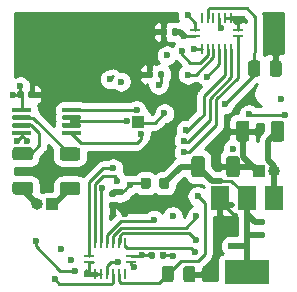
<source format=gbl>
G04 #@! TF.GenerationSoftware,KiCad,Pcbnew,(5.1.9-0-10_14)*
G04 #@! TF.CreationDate,2021-10-22T14:59:34+02:00*
G04 #@! TF.ProjectId,TFRAS_TOP,54465241-535f-4544-9f50-2e6b69636164,rev?*
G04 #@! TF.SameCoordinates,Original*
G04 #@! TF.FileFunction,Copper,L4,Bot*
G04 #@! TF.FilePolarity,Positive*
%FSLAX46Y46*%
G04 Gerber Fmt 4.6, Leading zero omitted, Abs format (unit mm)*
G04 Created by KiCad (PCBNEW (5.1.9-0-10_14)) date 2021-10-22 14:59:34*
%MOMM*%
%LPD*%
G01*
G04 APERTURE LIST*
G04 #@! TA.AperFunction,SMDPad,CuDef*
%ADD10R,0.240000X0.900000*%
G04 #@! TD*
G04 #@! TA.AperFunction,SMDPad,CuDef*
%ADD11R,0.900000X0.240000*%
G04 #@! TD*
G04 #@! TA.AperFunction,ComponentPad*
%ADD12O,1.000000X1.000000*%
G04 #@! TD*
G04 #@! TA.AperFunction,ComponentPad*
%ADD13R,1.000000X1.000000*%
G04 #@! TD*
G04 #@! TA.AperFunction,SMDPad,CuDef*
%ADD14R,1.500000X2.000000*%
G04 #@! TD*
G04 #@! TA.AperFunction,SMDPad,CuDef*
%ADD15R,3.800000X2.000000*%
G04 #@! TD*
G04 #@! TA.AperFunction,SMDPad,CuDef*
%ADD16R,1.000000X1.000000*%
G04 #@! TD*
G04 #@! TA.AperFunction,ViaPad*
%ADD17C,0.600000*%
G04 #@! TD*
G04 #@! TA.AperFunction,Conductor*
%ADD18C,0.500000*%
G04 #@! TD*
G04 #@! TA.AperFunction,Conductor*
%ADD19C,0.250000*%
G04 #@! TD*
G04 #@! TA.AperFunction,Conductor*
%ADD20C,0.254000*%
G04 #@! TD*
G04 #@! TA.AperFunction,Conductor*
%ADD21C,0.100000*%
G04 #@! TD*
G04 APERTURE END LIST*
G04 #@! TA.AperFunction,SMDPad,CuDef*
G36*
G01*
X34900000Y-43250001D02*
X34900000Y-42349999D01*
G75*
G02*
X35149999Y-42100000I249999J0D01*
G01*
X35675001Y-42100000D01*
G75*
G02*
X35925000Y-42349999I0J-249999D01*
G01*
X35925000Y-43250001D01*
G75*
G02*
X35675001Y-43500000I-249999J0D01*
G01*
X35149999Y-43500000D01*
G75*
G02*
X34900000Y-43250001I0J249999D01*
G01*
G37*
G04 #@! TD.AperFunction*
G04 #@! TA.AperFunction,SMDPad,CuDef*
G36*
G01*
X33075000Y-43250001D02*
X33075000Y-42349999D01*
G75*
G02*
X33324999Y-42100000I249999J0D01*
G01*
X33850001Y-42100000D01*
G75*
G02*
X34100000Y-42349999I0J-249999D01*
G01*
X34100000Y-43250001D01*
G75*
G02*
X33850001Y-43500000I-249999J0D01*
G01*
X33324999Y-43500000D01*
G75*
G02*
X33075000Y-43250001I0J249999D01*
G01*
G37*
G04 #@! TD.AperFunction*
G04 #@! TA.AperFunction,SMDPad,CuDef*
G36*
G01*
X42212500Y-25850001D02*
X42212500Y-24949999D01*
G75*
G02*
X42462499Y-24700000I249999J0D01*
G01*
X42987501Y-24700000D01*
G75*
G02*
X43237500Y-24949999I0J-249999D01*
G01*
X43237500Y-25850001D01*
G75*
G02*
X42987501Y-26100000I-249999J0D01*
G01*
X42462499Y-26100000D01*
G75*
G02*
X42212500Y-25850001I0J249999D01*
G01*
G37*
G04 #@! TD.AperFunction*
G04 #@! TA.AperFunction,SMDPad,CuDef*
G36*
G01*
X40387500Y-25850001D02*
X40387500Y-24949999D01*
G75*
G02*
X40637499Y-24700000I249999J0D01*
G01*
X41162501Y-24700000D01*
G75*
G02*
X41412500Y-24949999I0J-249999D01*
G01*
X41412500Y-25850001D01*
G75*
G02*
X41162501Y-26100000I-249999J0D01*
G01*
X40637499Y-26100000D01*
G75*
G02*
X40387500Y-25850001I0J249999D01*
G01*
G37*
G04 #@! TD.AperFunction*
G04 #@! TA.AperFunction,SMDPad,CuDef*
G36*
G01*
X22012500Y-28800000D02*
X22012500Y-29000000D01*
G75*
G02*
X21912500Y-29100000I-100000J0D01*
G01*
X20487500Y-29100000D01*
G75*
G02*
X20387500Y-29000000I0J100000D01*
G01*
X20387500Y-28800000D01*
G75*
G02*
X20487500Y-28700000I100000J0D01*
G01*
X21912500Y-28700000D01*
G75*
G02*
X22012500Y-28800000I0J-100000D01*
G01*
G37*
G04 #@! TD.AperFunction*
G04 #@! TA.AperFunction,SMDPad,CuDef*
G36*
G01*
X22012500Y-29450000D02*
X22012500Y-29650000D01*
G75*
G02*
X21912500Y-29750000I-100000J0D01*
G01*
X20487500Y-29750000D01*
G75*
G02*
X20387500Y-29650000I0J100000D01*
G01*
X20387500Y-29450000D01*
G75*
G02*
X20487500Y-29350000I100000J0D01*
G01*
X21912500Y-29350000D01*
G75*
G02*
X22012500Y-29450000I0J-100000D01*
G01*
G37*
G04 #@! TD.AperFunction*
G04 #@! TA.AperFunction,SMDPad,CuDef*
G36*
G01*
X22012500Y-30100000D02*
X22012500Y-30300000D01*
G75*
G02*
X21912500Y-30400000I-100000J0D01*
G01*
X20487500Y-30400000D01*
G75*
G02*
X20387500Y-30300000I0J100000D01*
G01*
X20387500Y-30100000D01*
G75*
G02*
X20487500Y-30000000I100000J0D01*
G01*
X21912500Y-30000000D01*
G75*
G02*
X22012500Y-30100000I0J-100000D01*
G01*
G37*
G04 #@! TD.AperFunction*
G04 #@! TA.AperFunction,SMDPad,CuDef*
G36*
G01*
X22012500Y-30750000D02*
X22012500Y-30950000D01*
G75*
G02*
X21912500Y-31050000I-100000J0D01*
G01*
X20487500Y-31050000D01*
G75*
G02*
X20387500Y-30950000I0J100000D01*
G01*
X20387500Y-30750000D01*
G75*
G02*
X20487500Y-30650000I100000J0D01*
G01*
X21912500Y-30650000D01*
G75*
G02*
X22012500Y-30750000I0J-100000D01*
G01*
G37*
G04 #@! TD.AperFunction*
G04 #@! TA.AperFunction,SMDPad,CuDef*
G36*
G01*
X26237500Y-30750000D02*
X26237500Y-30950000D01*
G75*
G02*
X26137500Y-31050000I-100000J0D01*
G01*
X24712500Y-31050000D01*
G75*
G02*
X24612500Y-30950000I0J100000D01*
G01*
X24612500Y-30750000D01*
G75*
G02*
X24712500Y-30650000I100000J0D01*
G01*
X26137500Y-30650000D01*
G75*
G02*
X26237500Y-30750000I0J-100000D01*
G01*
G37*
G04 #@! TD.AperFunction*
G04 #@! TA.AperFunction,SMDPad,CuDef*
G36*
G01*
X26237500Y-30100000D02*
X26237500Y-30300000D01*
G75*
G02*
X26137500Y-30400000I-100000J0D01*
G01*
X24712500Y-30400000D01*
G75*
G02*
X24612500Y-30300000I0J100000D01*
G01*
X24612500Y-30100000D01*
G75*
G02*
X24712500Y-30000000I100000J0D01*
G01*
X26137500Y-30000000D01*
G75*
G02*
X26237500Y-30100000I0J-100000D01*
G01*
G37*
G04 #@! TD.AperFunction*
G04 #@! TA.AperFunction,SMDPad,CuDef*
G36*
G01*
X26237500Y-29450000D02*
X26237500Y-29650000D01*
G75*
G02*
X26137500Y-29750000I-100000J0D01*
G01*
X24712500Y-29750000D01*
G75*
G02*
X24612500Y-29650000I0J100000D01*
G01*
X24612500Y-29450000D01*
G75*
G02*
X24712500Y-29350000I100000J0D01*
G01*
X26137500Y-29350000D01*
G75*
G02*
X26237500Y-29450000I0J-100000D01*
G01*
G37*
G04 #@! TD.AperFunction*
G04 #@! TA.AperFunction,SMDPad,CuDef*
G36*
G01*
X26237500Y-28800000D02*
X26237500Y-29000000D01*
G75*
G02*
X26137500Y-29100000I-100000J0D01*
G01*
X24712500Y-29100000D01*
G75*
G02*
X24612500Y-29000000I0J100000D01*
G01*
X24612500Y-28800000D01*
G75*
G02*
X24712500Y-28700000I100000J0D01*
G01*
X26137500Y-28700000D01*
G75*
G02*
X26237500Y-28800000I0J-100000D01*
G01*
G37*
G04 #@! TD.AperFunction*
D10*
X36450000Y-23700000D03*
X36950000Y-23700000D03*
X37450000Y-23700000D03*
X37950000Y-23700000D03*
X38450000Y-23700000D03*
X38950000Y-23700000D03*
X38950000Y-21100000D03*
X38450000Y-21100000D03*
X37950000Y-21100000D03*
X37450000Y-21100000D03*
X36950000Y-21100000D03*
X36450000Y-21100000D03*
D11*
X35900000Y-22650000D03*
X39500000Y-22650000D03*
X39500000Y-22150000D03*
X35900000Y-22150000D03*
D12*
X42600000Y-34100000D03*
D13*
X41330000Y-34100000D03*
D12*
X22500000Y-36900000D03*
D13*
X23770000Y-36900000D03*
D10*
X29950000Y-40200000D03*
X29450000Y-40200000D03*
X28950000Y-40200000D03*
X28450000Y-40200000D03*
X27950000Y-40200000D03*
X27450000Y-40200000D03*
X27450000Y-42800000D03*
X27950000Y-42800000D03*
X28450000Y-42800000D03*
X28950000Y-42800000D03*
X29450000Y-42800000D03*
X29950000Y-42800000D03*
D11*
X30500000Y-41250000D03*
X26900000Y-41250000D03*
X26900000Y-41750000D03*
X30500000Y-41750000D03*
G04 #@! TA.AperFunction,SMDPad,CuDef*
G36*
G01*
X25925001Y-33200000D02*
X24674999Y-33200000D01*
G75*
G02*
X24425000Y-32950001I0J249999D01*
G01*
X24425000Y-32324999D01*
G75*
G02*
X24674999Y-32075000I249999J0D01*
G01*
X25925001Y-32075000D01*
G75*
G02*
X26175000Y-32324999I0J-249999D01*
G01*
X26175000Y-32950001D01*
G75*
G02*
X25925001Y-33200000I-249999J0D01*
G01*
G37*
G04 #@! TD.AperFunction*
G04 #@! TA.AperFunction,SMDPad,CuDef*
G36*
G01*
X25925001Y-36125000D02*
X24674999Y-36125000D01*
G75*
G02*
X24425000Y-35875001I0J249999D01*
G01*
X24425000Y-35249999D01*
G75*
G02*
X24674999Y-35000000I249999J0D01*
G01*
X25925001Y-35000000D01*
G75*
G02*
X26175000Y-35249999I0J-249999D01*
G01*
X26175000Y-35875001D01*
G75*
G02*
X25925001Y-36125000I-249999J0D01*
G01*
G37*
G04 #@! TD.AperFunction*
G04 #@! TA.AperFunction,SMDPad,CuDef*
G36*
G01*
X21925001Y-33162500D02*
X20674999Y-33162500D01*
G75*
G02*
X20425000Y-32912501I0J249999D01*
G01*
X20425000Y-32287499D01*
G75*
G02*
X20674999Y-32037500I249999J0D01*
G01*
X21925001Y-32037500D01*
G75*
G02*
X22175000Y-32287499I0J-249999D01*
G01*
X22175000Y-32912501D01*
G75*
G02*
X21925001Y-33162500I-249999J0D01*
G01*
G37*
G04 #@! TD.AperFunction*
G04 #@! TA.AperFunction,SMDPad,CuDef*
G36*
G01*
X21925001Y-36087500D02*
X20674999Y-36087500D01*
G75*
G02*
X20425000Y-35837501I0J249999D01*
G01*
X20425000Y-35212499D01*
G75*
G02*
X20674999Y-34962500I249999J0D01*
G01*
X21925001Y-34962500D01*
G75*
G02*
X22175000Y-35212499I0J-249999D01*
G01*
X22175000Y-35837501D01*
G75*
G02*
X21925001Y-36087500I-249999J0D01*
G01*
G37*
G04 #@! TD.AperFunction*
G04 #@! TA.AperFunction,SMDPad,CuDef*
G36*
G01*
X38525000Y-34350001D02*
X38525000Y-33049999D01*
G75*
G02*
X38774999Y-32800000I249999J0D01*
G01*
X39425001Y-32800000D01*
G75*
G02*
X39675000Y-33049999I0J-249999D01*
G01*
X39675000Y-34350001D01*
G75*
G02*
X39425001Y-34600000I-249999J0D01*
G01*
X38774999Y-34600000D01*
G75*
G02*
X38525000Y-34350001I0J249999D01*
G01*
G37*
G04 #@! TD.AperFunction*
G04 #@! TA.AperFunction,SMDPad,CuDef*
G36*
G01*
X35575000Y-34350001D02*
X35575000Y-33049999D01*
G75*
G02*
X35824999Y-32800000I249999J0D01*
G01*
X36475001Y-32800000D01*
G75*
G02*
X36725000Y-33049999I0J-249999D01*
G01*
X36725000Y-34350001D01*
G75*
G02*
X36475001Y-34600000I-249999J0D01*
G01*
X35824999Y-34600000D01*
G75*
G02*
X35575000Y-34350001I0J249999D01*
G01*
G37*
G04 #@! TD.AperFunction*
G04 #@! TA.AperFunction,SMDPad,CuDef*
G36*
G01*
X40500000Y-30049999D02*
X40500000Y-31350001D01*
G75*
G02*
X40250001Y-31600000I-249999J0D01*
G01*
X39599999Y-31600000D01*
G75*
G02*
X39350000Y-31350001I0J249999D01*
G01*
X39350000Y-30049999D01*
G75*
G02*
X39599999Y-29800000I249999J0D01*
G01*
X40250001Y-29800000D01*
G75*
G02*
X40500000Y-30049999I0J-249999D01*
G01*
G37*
G04 #@! TD.AperFunction*
G04 #@! TA.AperFunction,SMDPad,CuDef*
G36*
G01*
X43450000Y-30049999D02*
X43450000Y-31350001D01*
G75*
G02*
X43200001Y-31600000I-249999J0D01*
G01*
X42549999Y-31600000D01*
G75*
G02*
X42300000Y-31350001I0J249999D01*
G01*
X42300000Y-30049999D01*
G75*
G02*
X42549999Y-29800000I249999J0D01*
G01*
X43200001Y-29800000D01*
G75*
G02*
X43450000Y-30049999I0J-249999D01*
G01*
G37*
G04 #@! TD.AperFunction*
D14*
X38000000Y-36350000D03*
X42600000Y-36350000D03*
X40300000Y-36350000D03*
D15*
X40300000Y-42650000D03*
G04 #@! TA.AperFunction,SMDPad,CuDef*
G36*
G01*
X32500000Y-41030000D02*
X32500000Y-41370000D01*
G75*
G02*
X32360000Y-41510000I-140000J0D01*
G01*
X32080000Y-41510000D01*
G75*
G02*
X31940000Y-41370000I0J140000D01*
G01*
X31940000Y-41030000D01*
G75*
G02*
X32080000Y-40890000I140000J0D01*
G01*
X32360000Y-40890000D01*
G75*
G02*
X32500000Y-41030000I0J-140000D01*
G01*
G37*
G04 #@! TD.AperFunction*
G04 #@! TA.AperFunction,SMDPad,CuDef*
G36*
G01*
X33460000Y-41030000D02*
X33460000Y-41370000D01*
G75*
G02*
X33320000Y-41510000I-140000J0D01*
G01*
X33040000Y-41510000D01*
G75*
G02*
X32900000Y-41370000I0J140000D01*
G01*
X32900000Y-41030000D01*
G75*
G02*
X33040000Y-40890000I140000J0D01*
G01*
X33320000Y-40890000D01*
G75*
G02*
X33460000Y-41030000I0J-140000D01*
G01*
G37*
G04 #@! TD.AperFunction*
D16*
X31100000Y-29900000D03*
G04 #@! TA.AperFunction,SMDPad,CuDef*
G36*
G01*
X33920000Y-22470000D02*
X33920000Y-22130000D01*
G75*
G02*
X34060000Y-21990000I140000J0D01*
G01*
X34340000Y-21990000D01*
G75*
G02*
X34480000Y-22130000I0J-140000D01*
G01*
X34480000Y-22470000D01*
G75*
G02*
X34340000Y-22610000I-140000J0D01*
G01*
X34060000Y-22610000D01*
G75*
G02*
X33920000Y-22470000I0J140000D01*
G01*
G37*
G04 #@! TD.AperFunction*
G04 #@! TA.AperFunction,SMDPad,CuDef*
G36*
G01*
X32960000Y-22470000D02*
X32960000Y-22130000D01*
G75*
G02*
X33100000Y-21990000I140000J0D01*
G01*
X33380000Y-21990000D01*
G75*
G02*
X33520000Y-22130000I0J-140000D01*
G01*
X33520000Y-22470000D01*
G75*
G02*
X33380000Y-22610000I-140000J0D01*
G01*
X33100000Y-22610000D01*
G75*
G02*
X32960000Y-22470000I0J140000D01*
G01*
G37*
G04 #@! TD.AperFunction*
G04 #@! TA.AperFunction,SMDPad,CuDef*
G36*
G01*
X32150000Y-34843750D02*
X32150000Y-35356250D01*
G75*
G02*
X31931250Y-35575000I-218750J0D01*
G01*
X31493750Y-35575000D01*
G75*
G02*
X31275000Y-35356250I0J218750D01*
G01*
X31275000Y-34843750D01*
G75*
G02*
X31493750Y-34625000I218750J0D01*
G01*
X31931250Y-34625000D01*
G75*
G02*
X32150000Y-34843750I0J-218750D01*
G01*
G37*
G04 #@! TD.AperFunction*
G04 #@! TA.AperFunction,SMDPad,CuDef*
G36*
G01*
X33725000Y-34843750D02*
X33725000Y-35356250D01*
G75*
G02*
X33506250Y-35575000I-218750J0D01*
G01*
X33068750Y-35575000D01*
G75*
G02*
X32850000Y-35356250I0J218750D01*
G01*
X32850000Y-34843750D01*
G75*
G02*
X33068750Y-34625000I218750J0D01*
G01*
X33506250Y-34625000D01*
G75*
G02*
X33725000Y-34843750I0J-218750D01*
G01*
G37*
G04 #@! TD.AperFunction*
G04 #@! TA.AperFunction,SMDPad,CuDef*
G36*
G01*
X32320000Y-25730000D02*
X32320000Y-26070000D01*
G75*
G02*
X32180000Y-26210000I-140000J0D01*
G01*
X31900000Y-26210000D01*
G75*
G02*
X31760000Y-26070000I0J140000D01*
G01*
X31760000Y-25730000D01*
G75*
G02*
X31900000Y-25590000I140000J0D01*
G01*
X32180000Y-25590000D01*
G75*
G02*
X32320000Y-25730000I0J-140000D01*
G01*
G37*
G04 #@! TD.AperFunction*
G04 #@! TA.AperFunction,SMDPad,CuDef*
G36*
G01*
X33280000Y-25730000D02*
X33280000Y-26070000D01*
G75*
G02*
X33140000Y-26210000I-140000J0D01*
G01*
X32860000Y-26210000D01*
G75*
G02*
X32720000Y-26070000I0J140000D01*
G01*
X32720000Y-25730000D01*
G75*
G02*
X32860000Y-25590000I140000J0D01*
G01*
X33140000Y-25590000D01*
G75*
G02*
X33280000Y-25730000I0J-140000D01*
G01*
G37*
G04 #@! TD.AperFunction*
G04 #@! TA.AperFunction,SMDPad,CuDef*
G36*
G01*
X28730000Y-36700000D02*
X29070000Y-36700000D01*
G75*
G02*
X29210000Y-36840000I0J-140000D01*
G01*
X29210000Y-37120000D01*
G75*
G02*
X29070000Y-37260000I-140000J0D01*
G01*
X28730000Y-37260000D01*
G75*
G02*
X28590000Y-37120000I0J140000D01*
G01*
X28590000Y-36840000D01*
G75*
G02*
X28730000Y-36700000I140000J0D01*
G01*
G37*
G04 #@! TD.AperFunction*
G04 #@! TA.AperFunction,SMDPad,CuDef*
G36*
G01*
X28730000Y-35740000D02*
X29070000Y-35740000D01*
G75*
G02*
X29210000Y-35880000I0J-140000D01*
G01*
X29210000Y-36160000D01*
G75*
G02*
X29070000Y-36300000I-140000J0D01*
G01*
X28730000Y-36300000D01*
G75*
G02*
X28590000Y-36160000I0J140000D01*
G01*
X28590000Y-35880000D01*
G75*
G02*
X28730000Y-35740000I140000J0D01*
G01*
G37*
G04 #@! TD.AperFunction*
G04 #@! TA.AperFunction,SMDPad,CuDef*
G36*
G01*
X22340000Y-27430000D02*
X22340000Y-27770000D01*
G75*
G02*
X22200000Y-27910000I-140000J0D01*
G01*
X21920000Y-27910000D01*
G75*
G02*
X21780000Y-27770000I0J140000D01*
G01*
X21780000Y-27430000D01*
G75*
G02*
X21920000Y-27290000I140000J0D01*
G01*
X22200000Y-27290000D01*
G75*
G02*
X22340000Y-27430000I0J-140000D01*
G01*
G37*
G04 #@! TD.AperFunction*
G04 #@! TA.AperFunction,SMDPad,CuDef*
G36*
G01*
X21380000Y-27430000D02*
X21380000Y-27770000D01*
G75*
G02*
X21240000Y-27910000I-140000J0D01*
G01*
X20960000Y-27910000D01*
G75*
G02*
X20820000Y-27770000I0J140000D01*
G01*
X20820000Y-27430000D01*
G75*
G02*
X20960000Y-27290000I140000J0D01*
G01*
X21240000Y-27290000D01*
G75*
G02*
X21380000Y-27430000I0J-140000D01*
G01*
G37*
G04 #@! TD.AperFunction*
D17*
X33500489Y-24275012D03*
X34000000Y-37900000D03*
X24100000Y-21900000D03*
X39300000Y-37900000D03*
X32283536Y-23796774D03*
X21900000Y-26200000D03*
X39700000Y-21200000D03*
X30000000Y-37700000D03*
X34000000Y-41300000D03*
X26700000Y-42800000D03*
X37300000Y-42500000D03*
X38000000Y-31900000D03*
X20800000Y-31500000D03*
X21700000Y-31500000D03*
X42800000Y-24000000D03*
X41600000Y-38400000D03*
X41600000Y-39500000D03*
X38900000Y-40400000D03*
X31400000Y-41200000D03*
X43200000Y-28000000D03*
X34950000Y-22650000D03*
X20475000Y-27600000D03*
X21100000Y-26900000D03*
X39100000Y-32200000D03*
X28693754Y-26300000D03*
X24554461Y-40645539D03*
X30934101Y-28921857D03*
X31300000Y-30900000D03*
X30100000Y-29800000D03*
X43525000Y-29300000D03*
X40447416Y-29265771D03*
X32796930Y-26750874D03*
X30350000Y-35250000D03*
X29600000Y-26500000D03*
X25400000Y-41600000D03*
X35100000Y-30600000D03*
X34950010Y-31491980D03*
X34950010Y-32491891D03*
X38400000Y-28400000D03*
X35883306Y-40940878D03*
X36000000Y-39900000D03*
X36000000Y-37900000D03*
X32393523Y-38196924D03*
X30700000Y-42200000D03*
X24000000Y-43200000D03*
X29400000Y-41800000D03*
X25700000Y-42500000D03*
X22400000Y-40000000D03*
X36100000Y-36200000D03*
X28025010Y-35525002D03*
X29300000Y-34900000D03*
X28942960Y-33850732D03*
X35300000Y-20899990D03*
X35800000Y-23700000D03*
X34800000Y-23900000D03*
X35300000Y-25900000D03*
X36900000Y-26100000D03*
X38100000Y-22000000D03*
X33300000Y-29200000D03*
D18*
X42600000Y-36150000D02*
X42600000Y-34100000D01*
X42600000Y-33649998D02*
X42600000Y-34100000D01*
X42085699Y-33135697D02*
X42600000Y-33649998D01*
X42085699Y-31489301D02*
X42085699Y-33135697D01*
X42875000Y-30700000D02*
X42085699Y-31489301D01*
X39925000Y-30700000D02*
X39925000Y-32875000D01*
X41150000Y-34100000D02*
X39925000Y-32875000D01*
X41330000Y-34100000D02*
X41150000Y-34100000D01*
D19*
X38000000Y-36600000D02*
X39300000Y-37900000D01*
X38000000Y-36350000D02*
X38000000Y-36600000D01*
X38950000Y-21100000D02*
X38450000Y-21100000D01*
X39500000Y-22150000D02*
X39500000Y-21650000D01*
X27950000Y-42800000D02*
X27450000Y-42800000D01*
X22060000Y-26360000D02*
X21900000Y-26200000D01*
X22060000Y-27600000D02*
X22060000Y-26360000D01*
D18*
X39425000Y-21475000D02*
X39700000Y-21200000D01*
X39325000Y-21475000D02*
X39425000Y-21475000D01*
D19*
X39500000Y-21650000D02*
X39325000Y-21475000D01*
X39325000Y-21475000D02*
X38950000Y-21100000D01*
D18*
X29280000Y-36980000D02*
X30000000Y-37700000D01*
X28900000Y-36980000D02*
X29280000Y-36980000D01*
D19*
X33900000Y-41200000D02*
X34000000Y-41300000D01*
X33180000Y-41200000D02*
X33900000Y-41200000D01*
X26900000Y-41750000D02*
X27223882Y-41750000D01*
X27450000Y-42800000D02*
X26700000Y-42800000D01*
X26900000Y-42600000D02*
X26700000Y-42800000D01*
X26900000Y-41750000D02*
X26900000Y-42600000D01*
D18*
X40930000Y-33700000D02*
X41330000Y-34100000D01*
X39100000Y-33700000D02*
X40930000Y-33700000D01*
D19*
X21200000Y-31100000D02*
X20800000Y-31500000D01*
X21200000Y-30850000D02*
X21200000Y-31100000D01*
X21200000Y-31000000D02*
X21700000Y-31500000D01*
X21200000Y-30850000D02*
X21200000Y-31000000D01*
X37000000Y-42800000D02*
X37300000Y-42500000D01*
X35412500Y-42800000D02*
X37000000Y-42800000D01*
D18*
X38000000Y-36350000D02*
X38583884Y-36933884D01*
X38583884Y-36933884D02*
X39013553Y-36933884D01*
X40300000Y-36350000D02*
X40300000Y-36200000D01*
D19*
X40300000Y-36200000D02*
X38975010Y-34875010D01*
D18*
X38124990Y-34875010D02*
X37325010Y-34875010D01*
X37325010Y-34875010D02*
X36150000Y-33700000D01*
D19*
X38975010Y-34875010D02*
X38124990Y-34875010D01*
D18*
X40300000Y-36350000D02*
X40300000Y-37700000D01*
X41000000Y-38400000D02*
X41600000Y-38400000D01*
X40300000Y-37700000D02*
X41000000Y-38400000D01*
X40300000Y-39500000D02*
X41600000Y-39500000D01*
X40300000Y-39500000D02*
X40300000Y-36150000D01*
X40300000Y-42450000D02*
X40300000Y-40400000D01*
X40300000Y-40400000D02*
X38900000Y-40400000D01*
X40300000Y-40400000D02*
X40300000Y-39500000D01*
D19*
X31350000Y-41250000D02*
X31400000Y-41200000D01*
X30500000Y-41250000D02*
X31350000Y-41250000D01*
X32220000Y-41200000D02*
X31400000Y-41200000D01*
D18*
X34600000Y-22300000D02*
X34950000Y-22650000D01*
X34200000Y-22300000D02*
X34600000Y-22300000D01*
D19*
X35900000Y-22650000D02*
X34950000Y-22650000D01*
D18*
X33287500Y-35100000D02*
X34593750Y-33793750D01*
X34687500Y-33700000D02*
X34593750Y-33793750D01*
X36150000Y-33700000D02*
X34687500Y-33700000D01*
D19*
X21100000Y-27600000D02*
X20475000Y-27600000D01*
X21100000Y-27600000D02*
X21100000Y-26900000D01*
X21200000Y-27700000D02*
X21100000Y-27600000D01*
X21200000Y-28900000D02*
X21200000Y-27700000D01*
X28693754Y-26300000D02*
X28929169Y-26064585D01*
D18*
X23962500Y-36900000D02*
X25300000Y-35562500D01*
X23770000Y-36900000D02*
X23962500Y-36900000D01*
D19*
X22012500Y-30200000D02*
X22700000Y-30887500D01*
X21200000Y-30200000D02*
X22012500Y-30200000D01*
X22700000Y-30887500D02*
X22700000Y-31900000D01*
X22000000Y-32600000D02*
X21300000Y-32600000D01*
X22700000Y-31900000D02*
X22000000Y-32600000D01*
X22212500Y-29550000D02*
X25300000Y-32637500D01*
X21200000Y-29550000D02*
X22212500Y-29550000D01*
X25425000Y-28900000D02*
X30912244Y-28900000D01*
X30912244Y-28900000D02*
X30934101Y-28921857D01*
X26262346Y-31687346D02*
X30936918Y-31687346D01*
X31300000Y-31324264D02*
X31300000Y-30900000D01*
X30936918Y-31687346D02*
X31300000Y-31324264D01*
X25425000Y-30850000D02*
X26262346Y-31687346D01*
X25425000Y-29825000D02*
X25425000Y-29550000D01*
X25425000Y-30200000D02*
X25425000Y-29825000D01*
X25425000Y-29825000D02*
X29126276Y-29825000D01*
X30075000Y-29825000D02*
X30100000Y-29800000D01*
X29126276Y-29825000D02*
X30075000Y-29825000D01*
X40481645Y-29300000D02*
X40447416Y-29265771D01*
X43525000Y-29300000D02*
X40481645Y-29300000D01*
X31712500Y-35100000D02*
X31712500Y-34887500D01*
X29720000Y-35880000D02*
X29950000Y-35650000D01*
D18*
X29040000Y-35880000D02*
X28900000Y-36020000D01*
X29720000Y-35880000D02*
X29040000Y-35880000D01*
D19*
X30500000Y-35100000D02*
X29950000Y-35650000D01*
X31712500Y-35100000D02*
X30500000Y-35100000D01*
X33000000Y-26547804D02*
X32796930Y-26750874D01*
X33000000Y-25900000D02*
X33000000Y-26547804D01*
X21341058Y-35275000D02*
X20900000Y-35275000D01*
D18*
X21300000Y-35700000D02*
X22500000Y-36900000D01*
X21300000Y-35225000D02*
X21300000Y-35700000D01*
D19*
X36350000Y-29586799D02*
X35137275Y-30799524D01*
X35131600Y-30568400D02*
X35368400Y-30568400D01*
X35100000Y-30600000D02*
X35131600Y-30568400D01*
X36650000Y-29286799D02*
X36350000Y-29586799D01*
X38450000Y-23700000D02*
X38450000Y-25950000D01*
X36650000Y-27750000D02*
X36650000Y-29286799D01*
X38450000Y-25950000D02*
X36650000Y-27750000D01*
X35324274Y-31589864D02*
X34900010Y-31589864D01*
X36850000Y-30064138D02*
X35324274Y-31589864D01*
X37150000Y-29764138D02*
X36850000Y-30064138D01*
X38950000Y-23700000D02*
X38950000Y-26150000D01*
X37150000Y-27950000D02*
X37150000Y-29764138D01*
X38950000Y-26150000D02*
X37150000Y-27950000D01*
X35047894Y-31589864D02*
X34950010Y-31491980D01*
X35324274Y-31589864D02*
X35047894Y-31589864D01*
X37650000Y-28015700D02*
X37650000Y-30216165D01*
X35374274Y-32491891D02*
X34950010Y-32491891D01*
X39500000Y-22650000D02*
X39500000Y-26165700D01*
X37650000Y-30216165D02*
X35374274Y-32491891D01*
X39500000Y-26165700D02*
X37650000Y-28015700D01*
X36950000Y-20400000D02*
X37050000Y-20300000D01*
X40975001Y-21023999D02*
X40975001Y-24024999D01*
X40251002Y-20300000D02*
X40975001Y-21023999D01*
X37050000Y-20300000D02*
X40251002Y-20300000D01*
X36950000Y-21100000D02*
X36950000Y-20400000D01*
X40900000Y-24100000D02*
X40975001Y-24024999D01*
X40900000Y-25400000D02*
X40900000Y-24100000D01*
X40900000Y-25400000D02*
X40900000Y-25900000D01*
X40900000Y-25900000D02*
X38400000Y-28400000D01*
X35557418Y-40614990D02*
X35883306Y-40940878D01*
X30164990Y-40614990D02*
X35557418Y-40614990D01*
X29950000Y-40400000D02*
X30164990Y-40614990D01*
X29554999Y-39529999D02*
X29784998Y-39300000D01*
X29450000Y-40200000D02*
X29554999Y-40095001D01*
X29554999Y-40095001D02*
X29554999Y-39529999D01*
X29784998Y-39300000D02*
X35100000Y-39300000D01*
X35400000Y-39300000D02*
X36000000Y-39900000D01*
X35100000Y-39300000D02*
X35400000Y-39300000D01*
X28950000Y-40200000D02*
X28950000Y-39569298D01*
X29619309Y-38899989D02*
X35000011Y-38899989D01*
X28950000Y-39569298D02*
X29619309Y-38899989D01*
X35000011Y-38899989D02*
X35100011Y-38899989D01*
X36000000Y-38000000D02*
X36000000Y-37900000D01*
X35100011Y-38899989D02*
X36000000Y-38000000D01*
X32393523Y-38196924D02*
X32290447Y-38300000D01*
X32290447Y-38300000D02*
X31900000Y-38300000D01*
X31900000Y-38300000D02*
X32100000Y-38300000D01*
X28450000Y-39500000D02*
X29650000Y-38300000D01*
X29650000Y-38300000D02*
X31900000Y-38300000D01*
X28450000Y-40200000D02*
X28450000Y-39500000D01*
X30500000Y-42000000D02*
X30700000Y-42200000D01*
X30500000Y-41750000D02*
X30500000Y-42000000D01*
X28950000Y-43500000D02*
X28850000Y-43600000D01*
X28950000Y-42800000D02*
X28950000Y-43500000D01*
X24400000Y-43600000D02*
X24000000Y-43200000D01*
X28850000Y-43600000D02*
X24400000Y-43600000D01*
X28750000Y-41800000D02*
X29400000Y-41800000D01*
X28450000Y-42100000D02*
X28750000Y-41800000D01*
X28450000Y-42800000D02*
X28450000Y-42100000D01*
X24475736Y-42500000D02*
X22400000Y-40424264D01*
X22400000Y-40424264D02*
X22400000Y-40000000D01*
X25700000Y-42500000D02*
X24475736Y-42500000D01*
X36100000Y-36200000D02*
X36700000Y-36800000D01*
X36700000Y-36800000D02*
X36700000Y-41100000D01*
X36700000Y-41100000D02*
X36100000Y-41700000D01*
X34687500Y-41700000D02*
X33587500Y-42800000D01*
X36100000Y-41700000D02*
X34687500Y-41700000D01*
X29609999Y-43525001D02*
X29450000Y-43365002D01*
X29450000Y-43365002D02*
X29450000Y-42800000D01*
X32862499Y-43525001D02*
X29609999Y-43525001D01*
X33587500Y-42800000D02*
X32862499Y-43525001D01*
X27950000Y-40062500D02*
X27950000Y-35600012D01*
X27950000Y-35600012D02*
X28025010Y-35525002D01*
X27450000Y-35150000D02*
X27450000Y-40062500D01*
X28084454Y-34515546D02*
X27450000Y-35150000D01*
X29115546Y-34515546D02*
X28084454Y-34515546D01*
X29200000Y-34600000D02*
X29115546Y-34515546D01*
X29200000Y-34800000D02*
X29200000Y-34600000D01*
X29300000Y-34900000D02*
X29200000Y-34800000D01*
X26950000Y-41200000D02*
X26900000Y-41250000D01*
X26950000Y-35015700D02*
X26950000Y-41200000D01*
X28114968Y-33850732D02*
X26950000Y-35015700D01*
X28942960Y-33850732D02*
X28114968Y-33850732D01*
X35900000Y-21499990D02*
X35300000Y-20899990D01*
X35900000Y-22150000D02*
X35900000Y-21499990D01*
X35800000Y-23700000D02*
X36450000Y-23700000D01*
X36950000Y-24265002D02*
X36315002Y-24900000D01*
X36950000Y-23700000D02*
X36950000Y-24265002D01*
X36315002Y-24900000D02*
X35500000Y-24900000D01*
X34800000Y-24200000D02*
X34800000Y-23900000D01*
X35500000Y-24900000D02*
X34800000Y-24200000D01*
X35950000Y-25900000D02*
X35300000Y-25900000D01*
X37450000Y-23700000D02*
X37450000Y-24400000D01*
X37450000Y-24400000D02*
X35950000Y-25900000D01*
X37950000Y-25050000D02*
X36900000Y-26100000D01*
X37950000Y-23700000D02*
X37950000Y-25050000D01*
X37950000Y-21850000D02*
X38100000Y-22000000D01*
X37950000Y-21100000D02*
X37950000Y-21850000D01*
X33300000Y-29200000D02*
X32500000Y-30000000D01*
X31200000Y-30000000D02*
X31100000Y-29900000D01*
X32500000Y-30000000D02*
X31200000Y-30000000D01*
D20*
X38127000Y-36223000D02*
X38147000Y-36223000D01*
X38147000Y-36477000D01*
X38127000Y-36477000D01*
X38127000Y-37826250D01*
X38285750Y-37985000D01*
X38750000Y-37988072D01*
X38874482Y-37975812D01*
X38994180Y-37939502D01*
X39104494Y-37880537D01*
X39150000Y-37843191D01*
X39195506Y-37880537D01*
X39305820Y-37939502D01*
X39415000Y-37972622D01*
X39415000Y-39456523D01*
X39410718Y-39500000D01*
X39412195Y-39515000D01*
X39206692Y-39515000D01*
X39172729Y-39500932D01*
X38992089Y-39465000D01*
X38807911Y-39465000D01*
X38627271Y-39500932D01*
X38457111Y-39571414D01*
X38303972Y-39673738D01*
X38173738Y-39803972D01*
X38071414Y-39957111D01*
X38000932Y-40127271D01*
X37965000Y-40307911D01*
X37965000Y-40492089D01*
X38000932Y-40672729D01*
X38071414Y-40842889D01*
X38173738Y-40996028D01*
X38219033Y-41041323D01*
X38155820Y-41060498D01*
X38045506Y-41119463D01*
X37948815Y-41198815D01*
X37869463Y-41295506D01*
X37810498Y-41405820D01*
X37774188Y-41525518D01*
X37761928Y-41650000D01*
X37761928Y-43340000D01*
X36561885Y-43340000D01*
X36560000Y-43085750D01*
X36401250Y-42927000D01*
X35539500Y-42927000D01*
X35539500Y-42947000D01*
X35285500Y-42947000D01*
X35285500Y-42927000D01*
X35265500Y-42927000D01*
X35265500Y-42673000D01*
X35285500Y-42673000D01*
X35285500Y-42653000D01*
X35539500Y-42653000D01*
X35539500Y-42673000D01*
X36401250Y-42673000D01*
X36560000Y-42514250D01*
X36561556Y-42304379D01*
X36640001Y-42240001D01*
X36663803Y-42210998D01*
X37211002Y-41663800D01*
X37240001Y-41640001D01*
X37320226Y-41542247D01*
X37334974Y-41524277D01*
X37405546Y-41392247D01*
X37411748Y-41371801D01*
X37449003Y-41248986D01*
X37460000Y-41137333D01*
X37460000Y-41137324D01*
X37463676Y-41100001D01*
X37460000Y-41062678D01*
X37460000Y-37986682D01*
X37714250Y-37985000D01*
X37873000Y-37826250D01*
X37873000Y-36477000D01*
X37853000Y-36477000D01*
X37853000Y-36223000D01*
X37873000Y-36223000D01*
X37873000Y-36203000D01*
X38127000Y-36203000D01*
X38127000Y-36223000D01*
G04 #@! TA.AperFunction,Conductor*
D21*
G36*
X38127000Y-36223000D02*
G01*
X38147000Y-36223000D01*
X38147000Y-36477000D01*
X38127000Y-36477000D01*
X38127000Y-37826250D01*
X38285750Y-37985000D01*
X38750000Y-37988072D01*
X38874482Y-37975812D01*
X38994180Y-37939502D01*
X39104494Y-37880537D01*
X39150000Y-37843191D01*
X39195506Y-37880537D01*
X39305820Y-37939502D01*
X39415000Y-37972622D01*
X39415000Y-39456523D01*
X39410718Y-39500000D01*
X39412195Y-39515000D01*
X39206692Y-39515000D01*
X39172729Y-39500932D01*
X38992089Y-39465000D01*
X38807911Y-39465000D01*
X38627271Y-39500932D01*
X38457111Y-39571414D01*
X38303972Y-39673738D01*
X38173738Y-39803972D01*
X38071414Y-39957111D01*
X38000932Y-40127271D01*
X37965000Y-40307911D01*
X37965000Y-40492089D01*
X38000932Y-40672729D01*
X38071414Y-40842889D01*
X38173738Y-40996028D01*
X38219033Y-41041323D01*
X38155820Y-41060498D01*
X38045506Y-41119463D01*
X37948815Y-41198815D01*
X37869463Y-41295506D01*
X37810498Y-41405820D01*
X37774188Y-41525518D01*
X37761928Y-41650000D01*
X37761928Y-43340000D01*
X36561885Y-43340000D01*
X36560000Y-43085750D01*
X36401250Y-42927000D01*
X35539500Y-42927000D01*
X35539500Y-42947000D01*
X35285500Y-42947000D01*
X35285500Y-42927000D01*
X35265500Y-42927000D01*
X35265500Y-42673000D01*
X35285500Y-42673000D01*
X35285500Y-42653000D01*
X35539500Y-42653000D01*
X35539500Y-42673000D01*
X36401250Y-42673000D01*
X36560000Y-42514250D01*
X36561556Y-42304379D01*
X36640001Y-42240001D01*
X36663803Y-42210998D01*
X37211002Y-41663800D01*
X37240001Y-41640001D01*
X37320226Y-41542247D01*
X37334974Y-41524277D01*
X37405546Y-41392247D01*
X37411748Y-41371801D01*
X37449003Y-41248986D01*
X37460000Y-41137333D01*
X37460000Y-41137324D01*
X37463676Y-41100001D01*
X37460000Y-41062678D01*
X37460000Y-37986682D01*
X37714250Y-37985000D01*
X37873000Y-37826250D01*
X37873000Y-36477000D01*
X37853000Y-36477000D01*
X37853000Y-36223000D01*
X37873000Y-36223000D01*
X37873000Y-36203000D01*
X38127000Y-36203000D01*
X38127000Y-36223000D01*
G37*
G04 #@! TD.AperFunction*
D20*
X26695000Y-42514250D02*
X26853750Y-42673000D01*
X27570000Y-42673000D01*
X27570000Y-42840000D01*
X26571204Y-42840000D01*
X26599068Y-42772729D01*
X26635000Y-42592089D01*
X26635000Y-42484250D01*
X26693290Y-42425960D01*
X26695000Y-42514250D01*
G04 #@! TA.AperFunction,Conductor*
D21*
G36*
X26695000Y-42514250D02*
G01*
X26853750Y-42673000D01*
X27570000Y-42673000D01*
X27570000Y-42840000D01*
X26571204Y-42840000D01*
X26599068Y-42772729D01*
X26635000Y-42592089D01*
X26635000Y-42484250D01*
X26693290Y-42425960D01*
X26695000Y-42514250D01*
G37*
G04 #@! TD.AperFunction*
D20*
X35004528Y-34689851D02*
X35086595Y-34843387D01*
X35197038Y-34977962D01*
X35331613Y-35088405D01*
X35485149Y-35170472D01*
X35651745Y-35221008D01*
X35824999Y-35238072D01*
X36436493Y-35238072D01*
X36612202Y-35413781D01*
X36612219Y-35417739D01*
X36542889Y-35371414D01*
X36372729Y-35300932D01*
X36192089Y-35265000D01*
X36007911Y-35265000D01*
X35827271Y-35300932D01*
X35657111Y-35371414D01*
X35503972Y-35473738D01*
X35373738Y-35603972D01*
X35271414Y-35757111D01*
X35200932Y-35927271D01*
X35165000Y-36107911D01*
X35165000Y-36292089D01*
X35200932Y-36472729D01*
X35271414Y-36642889D01*
X35373738Y-36796028D01*
X35503972Y-36926262D01*
X35657111Y-37028586D01*
X35658809Y-37029289D01*
X35557111Y-37071414D01*
X35403972Y-37173738D01*
X35273738Y-37303972D01*
X35171414Y-37457111D01*
X35100932Y-37627271D01*
X35065000Y-37807911D01*
X35065000Y-37860198D01*
X34935000Y-37990199D01*
X34935000Y-37807911D01*
X34899068Y-37627271D01*
X34828586Y-37457111D01*
X34726262Y-37303972D01*
X34596028Y-37173738D01*
X34442889Y-37071414D01*
X34272729Y-37000932D01*
X34092089Y-36965000D01*
X33907911Y-36965000D01*
X33727271Y-37000932D01*
X33557111Y-37071414D01*
X33403972Y-37173738D01*
X33273738Y-37303972D01*
X33171414Y-37457111D01*
X33114179Y-37595290D01*
X32989551Y-37470662D01*
X32836412Y-37368338D01*
X32666252Y-37297856D01*
X32485612Y-37261924D01*
X32301434Y-37261924D01*
X32120794Y-37297856D01*
X31950634Y-37368338D01*
X31797495Y-37470662D01*
X31728157Y-37540000D01*
X29780477Y-37540000D01*
X29798377Y-37506878D01*
X29835235Y-37387348D01*
X29845000Y-37265750D01*
X29686250Y-37107000D01*
X29027000Y-37107000D01*
X29027000Y-37736250D01*
X29082974Y-37792224D01*
X28710000Y-38165198D01*
X28710000Y-37799250D01*
X28773000Y-37736250D01*
X28773000Y-37107000D01*
X28753000Y-37107000D01*
X28753000Y-36938072D01*
X29070000Y-36938072D01*
X29221794Y-36923122D01*
X29367755Y-36878845D01*
X29416108Y-36853000D01*
X29686250Y-36853000D01*
X29775427Y-36763823D01*
X29893490Y-36752195D01*
X30060313Y-36701589D01*
X30214059Y-36619411D01*
X30348817Y-36508817D01*
X30459411Y-36374059D01*
X30541589Y-36220313D01*
X30559379Y-36161669D01*
X30622729Y-36149068D01*
X30792889Y-36078586D01*
X30923481Y-35991327D01*
X31017725Y-36068671D01*
X31165858Y-36147850D01*
X31326592Y-36196608D01*
X31493750Y-36213072D01*
X31931250Y-36213072D01*
X32098408Y-36196608D01*
X32259142Y-36147850D01*
X32407275Y-36068671D01*
X32500000Y-35992574D01*
X32592725Y-36068671D01*
X32740858Y-36147850D01*
X32901592Y-36196608D01*
X33068750Y-36213072D01*
X33506250Y-36213072D01*
X33673408Y-36196608D01*
X33834142Y-36147850D01*
X33982275Y-36068671D01*
X34112115Y-35962115D01*
X34218671Y-35832275D01*
X34297850Y-35684142D01*
X34346608Y-35523408D01*
X34363072Y-35356250D01*
X34363072Y-35276006D01*
X34991657Y-34647422D01*
X35004528Y-34689851D01*
G04 #@! TA.AperFunction,Conductor*
D21*
G36*
X35004528Y-34689851D02*
G01*
X35086595Y-34843387D01*
X35197038Y-34977962D01*
X35331613Y-35088405D01*
X35485149Y-35170472D01*
X35651745Y-35221008D01*
X35824999Y-35238072D01*
X36436493Y-35238072D01*
X36612202Y-35413781D01*
X36612219Y-35417739D01*
X36542889Y-35371414D01*
X36372729Y-35300932D01*
X36192089Y-35265000D01*
X36007911Y-35265000D01*
X35827271Y-35300932D01*
X35657111Y-35371414D01*
X35503972Y-35473738D01*
X35373738Y-35603972D01*
X35271414Y-35757111D01*
X35200932Y-35927271D01*
X35165000Y-36107911D01*
X35165000Y-36292089D01*
X35200932Y-36472729D01*
X35271414Y-36642889D01*
X35373738Y-36796028D01*
X35503972Y-36926262D01*
X35657111Y-37028586D01*
X35658809Y-37029289D01*
X35557111Y-37071414D01*
X35403972Y-37173738D01*
X35273738Y-37303972D01*
X35171414Y-37457111D01*
X35100932Y-37627271D01*
X35065000Y-37807911D01*
X35065000Y-37860198D01*
X34935000Y-37990199D01*
X34935000Y-37807911D01*
X34899068Y-37627271D01*
X34828586Y-37457111D01*
X34726262Y-37303972D01*
X34596028Y-37173738D01*
X34442889Y-37071414D01*
X34272729Y-37000932D01*
X34092089Y-36965000D01*
X33907911Y-36965000D01*
X33727271Y-37000932D01*
X33557111Y-37071414D01*
X33403972Y-37173738D01*
X33273738Y-37303972D01*
X33171414Y-37457111D01*
X33114179Y-37595290D01*
X32989551Y-37470662D01*
X32836412Y-37368338D01*
X32666252Y-37297856D01*
X32485612Y-37261924D01*
X32301434Y-37261924D01*
X32120794Y-37297856D01*
X31950634Y-37368338D01*
X31797495Y-37470662D01*
X31728157Y-37540000D01*
X29780477Y-37540000D01*
X29798377Y-37506878D01*
X29835235Y-37387348D01*
X29845000Y-37265750D01*
X29686250Y-37107000D01*
X29027000Y-37107000D01*
X29027000Y-37736250D01*
X29082974Y-37792224D01*
X28710000Y-38165198D01*
X28710000Y-37799250D01*
X28773000Y-37736250D01*
X28773000Y-37107000D01*
X28753000Y-37107000D01*
X28753000Y-36938072D01*
X29070000Y-36938072D01*
X29221794Y-36923122D01*
X29367755Y-36878845D01*
X29416108Y-36853000D01*
X29686250Y-36853000D01*
X29775427Y-36763823D01*
X29893490Y-36752195D01*
X30060313Y-36701589D01*
X30214059Y-36619411D01*
X30348817Y-36508817D01*
X30459411Y-36374059D01*
X30541589Y-36220313D01*
X30559379Y-36161669D01*
X30622729Y-36149068D01*
X30792889Y-36078586D01*
X30923481Y-35991327D01*
X31017725Y-36068671D01*
X31165858Y-36147850D01*
X31326592Y-36196608D01*
X31493750Y-36213072D01*
X31931250Y-36213072D01*
X32098408Y-36196608D01*
X32259142Y-36147850D01*
X32407275Y-36068671D01*
X32500000Y-35992574D01*
X32592725Y-36068671D01*
X32740858Y-36147850D01*
X32901592Y-36196608D01*
X33068750Y-36213072D01*
X33506250Y-36213072D01*
X33673408Y-36196608D01*
X33834142Y-36147850D01*
X33982275Y-36068671D01*
X34112115Y-35962115D01*
X34218671Y-35832275D01*
X34297850Y-35684142D01*
X34346608Y-35523408D01*
X34363072Y-35356250D01*
X34363072Y-35276006D01*
X34991657Y-34647422D01*
X35004528Y-34689851D01*
G37*
G04 #@! TD.AperFunction*
D20*
X34365000Y-20807901D02*
X34365000Y-20992079D01*
X34400932Y-21172719D01*
X34471414Y-21342879D01*
X34487144Y-21366420D01*
X34340000Y-21351928D01*
X34060000Y-21351928D01*
X33908206Y-21366878D01*
X33776509Y-21406828D01*
X33766878Y-21401623D01*
X33647348Y-21364765D01*
X33525750Y-21355000D01*
X33367000Y-21513750D01*
X33367000Y-21783892D01*
X33341155Y-21832245D01*
X33296878Y-21978206D01*
X33281928Y-22130000D01*
X33281928Y-22470000D01*
X33296878Y-22621794D01*
X33341155Y-22767755D01*
X33367000Y-22816108D01*
X33367000Y-23086250D01*
X33525750Y-23245000D01*
X33647348Y-23235235D01*
X33766878Y-23198377D01*
X33776509Y-23193172D01*
X33908206Y-23233122D01*
X34060000Y-23248072D01*
X34129638Y-23248072D01*
X34073738Y-23303972D01*
X33971414Y-23457111D01*
X33968803Y-23463414D01*
X33943378Y-23446426D01*
X33773218Y-23375944D01*
X33592578Y-23340012D01*
X33408400Y-23340012D01*
X33227760Y-23375944D01*
X33057600Y-23446426D01*
X32904461Y-23548750D01*
X32774227Y-23678984D01*
X32671903Y-23832123D01*
X32601421Y-24002283D01*
X32565489Y-24182923D01*
X32565489Y-24367101D01*
X32601421Y-24547741D01*
X32671903Y-24717901D01*
X32774227Y-24871040D01*
X32855553Y-24952366D01*
X32708206Y-24966878D01*
X32576509Y-25006828D01*
X32566878Y-25001623D01*
X32447348Y-24964765D01*
X32325750Y-24955000D01*
X32167000Y-25113750D01*
X32167000Y-25383892D01*
X32141155Y-25432245D01*
X32096878Y-25578206D01*
X32081928Y-25730000D01*
X32081928Y-26047000D01*
X31913000Y-26047000D01*
X31913000Y-26027000D01*
X31283750Y-26027000D01*
X31125000Y-26185750D01*
X31121935Y-26207077D01*
X31133625Y-26331613D01*
X31169386Y-26451476D01*
X31227844Y-26562059D01*
X31306753Y-26659113D01*
X31403079Y-26738908D01*
X31513122Y-26798377D01*
X31632652Y-26835235D01*
X31754250Y-26845000D01*
X31861930Y-26737320D01*
X31861930Y-26842963D01*
X31897862Y-27023603D01*
X31968344Y-27193763D01*
X32070668Y-27346902D01*
X32200902Y-27477136D01*
X32354041Y-27579460D01*
X32524201Y-27649942D01*
X32704841Y-27685874D01*
X32889019Y-27685874D01*
X33069659Y-27649942D01*
X33239819Y-27579460D01*
X33392958Y-27477136D01*
X33523192Y-27346902D01*
X33625516Y-27193763D01*
X33695998Y-27023603D01*
X33731930Y-26842963D01*
X33731930Y-26753073D01*
X33749003Y-26696790D01*
X33760000Y-26585137D01*
X33760000Y-26585128D01*
X33763676Y-26547805D01*
X33762165Y-26532466D01*
X33786943Y-26502274D01*
X33858845Y-26367755D01*
X33903122Y-26221794D01*
X33918072Y-26070000D01*
X33918072Y-25730000D01*
X33903122Y-25578206D01*
X33858845Y-25432245D01*
X33786943Y-25297726D01*
X33697784Y-25189085D01*
X33773218Y-25174080D01*
X33943378Y-25103598D01*
X34096517Y-25001274D01*
X34226751Y-24871040D01*
X34294638Y-24769439D01*
X34701454Y-25176256D01*
X34573738Y-25303972D01*
X34471414Y-25457111D01*
X34400932Y-25627271D01*
X34365000Y-25807911D01*
X34365000Y-25992089D01*
X34400932Y-26172729D01*
X34471414Y-26342889D01*
X34573738Y-26496028D01*
X34703972Y-26626262D01*
X34857111Y-26728586D01*
X35027271Y-26799068D01*
X35207911Y-26835000D01*
X35392089Y-26835000D01*
X35572729Y-26799068D01*
X35742889Y-26728586D01*
X35845535Y-26660000D01*
X35912678Y-26660000D01*
X35950000Y-26663676D01*
X35987322Y-26660000D01*
X35987333Y-26660000D01*
X36098986Y-26649003D01*
X36135014Y-26638074D01*
X36173738Y-26696028D01*
X36303972Y-26826262D01*
X36420845Y-26904354D01*
X36139002Y-27186197D01*
X36109999Y-27209999D01*
X36074422Y-27253350D01*
X36015026Y-27325724D01*
X36003706Y-27346902D01*
X35944454Y-27457754D01*
X35900997Y-27601015D01*
X35890000Y-27712668D01*
X35890000Y-27712678D01*
X35886324Y-27750000D01*
X35890000Y-27787323D01*
X35890001Y-28971997D01*
X35839003Y-29022995D01*
X35838997Y-29023000D01*
X35196183Y-29665814D01*
X35192089Y-29665000D01*
X35007911Y-29665000D01*
X34827271Y-29700932D01*
X34657111Y-29771414D01*
X34503972Y-29873738D01*
X34373738Y-30003972D01*
X34271414Y-30157111D01*
X34200932Y-30327271D01*
X34165000Y-30507911D01*
X34165000Y-30692089D01*
X34200932Y-30872729D01*
X34215601Y-30908144D01*
X34121424Y-31049091D01*
X34050942Y-31219251D01*
X34015010Y-31399891D01*
X34015010Y-31584069D01*
X34050942Y-31764709D01*
X34121424Y-31934869D01*
X34159555Y-31991936D01*
X34121424Y-32049002D01*
X34050942Y-32219162D01*
X34015010Y-32399802D01*
X34015010Y-32583980D01*
X34050942Y-32764620D01*
X34121424Y-32934780D01*
X34158067Y-32989620D01*
X34058683Y-33071183D01*
X34030966Y-33104956D01*
X33998709Y-33137213D01*
X33998703Y-33137218D01*
X33148994Y-33986928D01*
X33068750Y-33986928D01*
X32901592Y-34003392D01*
X32740858Y-34052150D01*
X32592725Y-34131329D01*
X32500000Y-34207426D01*
X32407275Y-34131329D01*
X32259142Y-34052150D01*
X32098408Y-34003392D01*
X31931250Y-33986928D01*
X31493750Y-33986928D01*
X31326592Y-34003392D01*
X31165858Y-34052150D01*
X31017725Y-34131329D01*
X30887885Y-34237885D01*
X30804082Y-34340000D01*
X30567771Y-34340000D01*
X30442089Y-34315000D01*
X30257911Y-34315000D01*
X30077271Y-34350932D01*
X30061895Y-34357301D01*
X30026262Y-34303972D01*
X29896028Y-34173738D01*
X29837423Y-34134579D01*
X29842028Y-34123461D01*
X29877960Y-33942821D01*
X29877960Y-33758643D01*
X29842028Y-33578003D01*
X29771546Y-33407843D01*
X29669222Y-33254704D01*
X29538988Y-33124470D01*
X29385849Y-33022146D01*
X29215689Y-32951664D01*
X29035049Y-32915732D01*
X28850871Y-32915732D01*
X28670231Y-32951664D01*
X28500071Y-33022146D01*
X28397425Y-33090732D01*
X28152301Y-33090732D01*
X28114968Y-33087055D01*
X28077635Y-33090732D01*
X27965982Y-33101729D01*
X27822721Y-33145186D01*
X27690692Y-33215758D01*
X27574967Y-33310731D01*
X27551169Y-33339729D01*
X26439003Y-34451896D01*
X26409999Y-34475699D01*
X26392080Y-34497534D01*
X26264851Y-34429528D01*
X26098255Y-34378992D01*
X25925001Y-34361928D01*
X24674999Y-34361928D01*
X24501745Y-34378992D01*
X24335149Y-34429528D01*
X24181613Y-34511595D01*
X24047038Y-34622038D01*
X23936595Y-34756613D01*
X23854528Y-34910149D01*
X23803992Y-35076745D01*
X23786928Y-35249999D01*
X23786928Y-35761928D01*
X23270000Y-35761928D01*
X23145518Y-35774188D01*
X23025820Y-35810498D01*
X22942774Y-35854888D01*
X22831067Y-35808617D01*
X22813072Y-35805038D01*
X22813072Y-35212499D01*
X22796008Y-35039245D01*
X22745472Y-34872649D01*
X22663405Y-34719113D01*
X22552962Y-34584538D01*
X22418387Y-34474095D01*
X22264851Y-34392028D01*
X22098255Y-34341492D01*
X21925001Y-34324428D01*
X20674999Y-34324428D01*
X20660000Y-34325905D01*
X20660000Y-33799095D01*
X20674999Y-33800572D01*
X21925001Y-33800572D01*
X22098255Y-33783508D01*
X22264851Y-33732972D01*
X22418387Y-33650905D01*
X22552962Y-33540462D01*
X22663405Y-33405887D01*
X22745472Y-33252351D01*
X22796008Y-33085755D01*
X22813072Y-32912501D01*
X22813072Y-32861730D01*
X23211008Y-32463795D01*
X23240001Y-32440001D01*
X23263795Y-32411008D01*
X23263799Y-32411004D01*
X23323000Y-32338866D01*
X23334974Y-32324276D01*
X23405546Y-32192247D01*
X23449003Y-32048986D01*
X23460000Y-31937333D01*
X23460000Y-31937324D01*
X23463676Y-31900001D01*
X23461051Y-31873354D01*
X23798204Y-32210507D01*
X23786928Y-32324999D01*
X23786928Y-32950001D01*
X23803992Y-33123255D01*
X23854528Y-33289851D01*
X23936595Y-33443387D01*
X24047038Y-33577962D01*
X24181613Y-33688405D01*
X24335149Y-33770472D01*
X24501745Y-33821008D01*
X24674999Y-33838072D01*
X25925001Y-33838072D01*
X26098255Y-33821008D01*
X26264851Y-33770472D01*
X26418387Y-33688405D01*
X26552962Y-33577962D01*
X26663405Y-33443387D01*
X26745472Y-33289851D01*
X26796008Y-33123255D01*
X26813072Y-32950001D01*
X26813072Y-32447346D01*
X30899596Y-32447346D01*
X30936918Y-32451022D01*
X30974240Y-32447346D01*
X30974251Y-32447346D01*
X31085904Y-32436349D01*
X31229165Y-32392892D01*
X31361194Y-32322320D01*
X31476919Y-32227347D01*
X31500721Y-32198344D01*
X31811003Y-31888063D01*
X31840001Y-31864265D01*
X31934974Y-31748540D01*
X32005546Y-31616511D01*
X32049003Y-31473250D01*
X32050303Y-31460048D01*
X32128586Y-31342889D01*
X32199068Y-31172729D01*
X32235000Y-30992089D01*
X32235000Y-30807911D01*
X32225470Y-30760000D01*
X32462678Y-30760000D01*
X32500000Y-30763676D01*
X32537322Y-30760000D01*
X32537333Y-30760000D01*
X32648986Y-30749003D01*
X32792247Y-30705546D01*
X32924276Y-30634974D01*
X33040001Y-30540001D01*
X33063803Y-30510998D01*
X33451649Y-30123153D01*
X33572729Y-30099068D01*
X33742889Y-30028586D01*
X33896028Y-29926262D01*
X34026262Y-29796028D01*
X34128586Y-29642889D01*
X34199068Y-29472729D01*
X34235000Y-29292089D01*
X34235000Y-29107911D01*
X34199068Y-28927271D01*
X34128586Y-28757111D01*
X34026262Y-28603972D01*
X33896028Y-28473738D01*
X33742889Y-28371414D01*
X33572729Y-28300932D01*
X33392089Y-28265000D01*
X33207911Y-28265000D01*
X33027271Y-28300932D01*
X32857111Y-28371414D01*
X32703972Y-28473738D01*
X32573738Y-28603972D01*
X32471414Y-28757111D01*
X32400932Y-28927271D01*
X32376847Y-29048351D01*
X32208093Y-29217106D01*
X32189502Y-29155820D01*
X32130537Y-29045506D01*
X32051185Y-28948815D01*
X31954494Y-28869463D01*
X31867777Y-28823111D01*
X31833169Y-28649128D01*
X31762687Y-28478968D01*
X31660363Y-28325829D01*
X31530129Y-28195595D01*
X31376990Y-28093271D01*
X31206830Y-28022789D01*
X31026190Y-27986857D01*
X30842012Y-27986857D01*
X30661372Y-28022789D01*
X30491212Y-28093271D01*
X30421277Y-28140000D01*
X26460901Y-28140000D01*
X26419948Y-28118110D01*
X26281491Y-28076110D01*
X26137500Y-28061928D01*
X24712500Y-28061928D01*
X24568509Y-28076110D01*
X24430052Y-28118110D01*
X24302449Y-28186316D01*
X24190604Y-28278104D01*
X24098816Y-28389949D01*
X24030610Y-28517552D01*
X23988610Y-28656009D01*
X23974428Y-28800000D01*
X23974428Y-29000000D01*
X23988610Y-29143991D01*
X24013184Y-29225000D01*
X23988610Y-29306009D01*
X23974428Y-29450000D01*
X23974428Y-29650000D01*
X23988610Y-29793991D01*
X24013184Y-29875000D01*
X23988610Y-29956009D01*
X23974428Y-30100000D01*
X23974428Y-30237126D01*
X22776304Y-29039003D01*
X22752501Y-29009999D01*
X22650572Y-28926348D01*
X22650572Y-28800000D01*
X22636390Y-28656009D01*
X22594390Y-28517552D01*
X22584528Y-28499102D01*
X22586878Y-28498377D01*
X22696921Y-28438908D01*
X22793247Y-28359113D01*
X22872156Y-28262059D01*
X22930614Y-28151476D01*
X22966375Y-28031613D01*
X22978065Y-27907077D01*
X22975000Y-27885750D01*
X22816250Y-27727000D01*
X22187000Y-27727000D01*
X22187000Y-27747000D01*
X22018072Y-27747000D01*
X22018072Y-27430000D01*
X22003122Y-27278206D01*
X21982938Y-27211670D01*
X21999068Y-27172729D01*
X22035000Y-26992089D01*
X22035000Y-26813750D01*
X22187000Y-26813750D01*
X22187000Y-27473000D01*
X22816250Y-27473000D01*
X22975000Y-27314250D01*
X22978065Y-27292923D01*
X22966375Y-27168387D01*
X22930614Y-27048524D01*
X22872156Y-26937941D01*
X22793247Y-26840887D01*
X22696921Y-26761092D01*
X22586878Y-26701623D01*
X22467348Y-26664765D01*
X22345750Y-26655000D01*
X22187000Y-26813750D01*
X22035000Y-26813750D01*
X22035000Y-26807911D01*
X21999068Y-26627271D01*
X21928586Y-26457111D01*
X21826262Y-26303972D01*
X21730201Y-26207911D01*
X27758754Y-26207911D01*
X27758754Y-26392089D01*
X27794686Y-26572729D01*
X27865168Y-26742889D01*
X27967492Y-26896028D01*
X28097726Y-27026262D01*
X28250865Y-27128586D01*
X28421025Y-27199068D01*
X28601665Y-27235000D01*
X28785843Y-27235000D01*
X28966483Y-27199068D01*
X28973763Y-27196053D01*
X29003972Y-27226262D01*
X29157111Y-27328586D01*
X29327271Y-27399068D01*
X29507911Y-27435000D01*
X29692089Y-27435000D01*
X29872729Y-27399068D01*
X30042889Y-27328586D01*
X30196028Y-27226262D01*
X30326262Y-27096028D01*
X30428586Y-26942889D01*
X30499068Y-26772729D01*
X30535000Y-26592089D01*
X30535000Y-26407911D01*
X30499068Y-26227271D01*
X30428586Y-26057111D01*
X30326262Y-25903972D01*
X30196028Y-25773738D01*
X30042889Y-25671414D01*
X29872729Y-25600932D01*
X29832466Y-25592923D01*
X31121935Y-25592923D01*
X31125000Y-25614250D01*
X31283750Y-25773000D01*
X31913000Y-25773000D01*
X31913000Y-25113750D01*
X31754250Y-24955000D01*
X31632652Y-24964765D01*
X31513122Y-25001623D01*
X31403079Y-25061092D01*
X31306753Y-25140887D01*
X31227844Y-25237941D01*
X31169386Y-25348524D01*
X31133625Y-25468387D01*
X31121935Y-25592923D01*
X29832466Y-25592923D01*
X29692089Y-25565000D01*
X29507911Y-25565000D01*
X29503121Y-25565953D01*
X29469170Y-25524584D01*
X29353445Y-25429611D01*
X29221415Y-25359039D01*
X29078154Y-25315583D01*
X28929168Y-25300909D01*
X28780182Y-25315583D01*
X28636923Y-25359039D01*
X28625771Y-25365000D01*
X28601665Y-25365000D01*
X28421025Y-25400932D01*
X28250865Y-25471414D01*
X28097726Y-25573738D01*
X27967492Y-25703972D01*
X27865168Y-25857111D01*
X27794686Y-26027271D01*
X27758754Y-26207911D01*
X21730201Y-26207911D01*
X21696028Y-26173738D01*
X21542889Y-26071414D01*
X21372729Y-26000932D01*
X21192089Y-25965000D01*
X21007911Y-25965000D01*
X20827271Y-26000932D01*
X20660000Y-26070217D01*
X20660000Y-22607077D01*
X32321935Y-22607077D01*
X32333625Y-22731613D01*
X32369386Y-22851476D01*
X32427844Y-22962059D01*
X32506753Y-23059113D01*
X32603079Y-23138908D01*
X32713122Y-23198377D01*
X32832652Y-23235235D01*
X32954250Y-23245000D01*
X33113000Y-23086250D01*
X33113000Y-22427000D01*
X32483750Y-22427000D01*
X32325000Y-22585750D01*
X32321935Y-22607077D01*
X20660000Y-22607077D01*
X20660000Y-21992923D01*
X32321935Y-21992923D01*
X32325000Y-22014250D01*
X32483750Y-22173000D01*
X33113000Y-22173000D01*
X33113000Y-21513750D01*
X32954250Y-21355000D01*
X32832652Y-21364765D01*
X32713122Y-21401623D01*
X32603079Y-21461092D01*
X32506753Y-21540887D01*
X32427844Y-21637941D01*
X32369386Y-21748524D01*
X32333625Y-21868387D01*
X32321935Y-21992923D01*
X20660000Y-21992923D01*
X20660000Y-20660000D01*
X34394420Y-20660000D01*
X34365000Y-20807901D01*
G04 #@! TA.AperFunction,Conductor*
D21*
G36*
X34365000Y-20807901D02*
G01*
X34365000Y-20992079D01*
X34400932Y-21172719D01*
X34471414Y-21342879D01*
X34487144Y-21366420D01*
X34340000Y-21351928D01*
X34060000Y-21351928D01*
X33908206Y-21366878D01*
X33776509Y-21406828D01*
X33766878Y-21401623D01*
X33647348Y-21364765D01*
X33525750Y-21355000D01*
X33367000Y-21513750D01*
X33367000Y-21783892D01*
X33341155Y-21832245D01*
X33296878Y-21978206D01*
X33281928Y-22130000D01*
X33281928Y-22470000D01*
X33296878Y-22621794D01*
X33341155Y-22767755D01*
X33367000Y-22816108D01*
X33367000Y-23086250D01*
X33525750Y-23245000D01*
X33647348Y-23235235D01*
X33766878Y-23198377D01*
X33776509Y-23193172D01*
X33908206Y-23233122D01*
X34060000Y-23248072D01*
X34129638Y-23248072D01*
X34073738Y-23303972D01*
X33971414Y-23457111D01*
X33968803Y-23463414D01*
X33943378Y-23446426D01*
X33773218Y-23375944D01*
X33592578Y-23340012D01*
X33408400Y-23340012D01*
X33227760Y-23375944D01*
X33057600Y-23446426D01*
X32904461Y-23548750D01*
X32774227Y-23678984D01*
X32671903Y-23832123D01*
X32601421Y-24002283D01*
X32565489Y-24182923D01*
X32565489Y-24367101D01*
X32601421Y-24547741D01*
X32671903Y-24717901D01*
X32774227Y-24871040D01*
X32855553Y-24952366D01*
X32708206Y-24966878D01*
X32576509Y-25006828D01*
X32566878Y-25001623D01*
X32447348Y-24964765D01*
X32325750Y-24955000D01*
X32167000Y-25113750D01*
X32167000Y-25383892D01*
X32141155Y-25432245D01*
X32096878Y-25578206D01*
X32081928Y-25730000D01*
X32081928Y-26047000D01*
X31913000Y-26047000D01*
X31913000Y-26027000D01*
X31283750Y-26027000D01*
X31125000Y-26185750D01*
X31121935Y-26207077D01*
X31133625Y-26331613D01*
X31169386Y-26451476D01*
X31227844Y-26562059D01*
X31306753Y-26659113D01*
X31403079Y-26738908D01*
X31513122Y-26798377D01*
X31632652Y-26835235D01*
X31754250Y-26845000D01*
X31861930Y-26737320D01*
X31861930Y-26842963D01*
X31897862Y-27023603D01*
X31968344Y-27193763D01*
X32070668Y-27346902D01*
X32200902Y-27477136D01*
X32354041Y-27579460D01*
X32524201Y-27649942D01*
X32704841Y-27685874D01*
X32889019Y-27685874D01*
X33069659Y-27649942D01*
X33239819Y-27579460D01*
X33392958Y-27477136D01*
X33523192Y-27346902D01*
X33625516Y-27193763D01*
X33695998Y-27023603D01*
X33731930Y-26842963D01*
X33731930Y-26753073D01*
X33749003Y-26696790D01*
X33760000Y-26585137D01*
X33760000Y-26585128D01*
X33763676Y-26547805D01*
X33762165Y-26532466D01*
X33786943Y-26502274D01*
X33858845Y-26367755D01*
X33903122Y-26221794D01*
X33918072Y-26070000D01*
X33918072Y-25730000D01*
X33903122Y-25578206D01*
X33858845Y-25432245D01*
X33786943Y-25297726D01*
X33697784Y-25189085D01*
X33773218Y-25174080D01*
X33943378Y-25103598D01*
X34096517Y-25001274D01*
X34226751Y-24871040D01*
X34294638Y-24769439D01*
X34701454Y-25176256D01*
X34573738Y-25303972D01*
X34471414Y-25457111D01*
X34400932Y-25627271D01*
X34365000Y-25807911D01*
X34365000Y-25992089D01*
X34400932Y-26172729D01*
X34471414Y-26342889D01*
X34573738Y-26496028D01*
X34703972Y-26626262D01*
X34857111Y-26728586D01*
X35027271Y-26799068D01*
X35207911Y-26835000D01*
X35392089Y-26835000D01*
X35572729Y-26799068D01*
X35742889Y-26728586D01*
X35845535Y-26660000D01*
X35912678Y-26660000D01*
X35950000Y-26663676D01*
X35987322Y-26660000D01*
X35987333Y-26660000D01*
X36098986Y-26649003D01*
X36135014Y-26638074D01*
X36173738Y-26696028D01*
X36303972Y-26826262D01*
X36420845Y-26904354D01*
X36139002Y-27186197D01*
X36109999Y-27209999D01*
X36074422Y-27253350D01*
X36015026Y-27325724D01*
X36003706Y-27346902D01*
X35944454Y-27457754D01*
X35900997Y-27601015D01*
X35890000Y-27712668D01*
X35890000Y-27712678D01*
X35886324Y-27750000D01*
X35890000Y-27787323D01*
X35890001Y-28971997D01*
X35839003Y-29022995D01*
X35838997Y-29023000D01*
X35196183Y-29665814D01*
X35192089Y-29665000D01*
X35007911Y-29665000D01*
X34827271Y-29700932D01*
X34657111Y-29771414D01*
X34503972Y-29873738D01*
X34373738Y-30003972D01*
X34271414Y-30157111D01*
X34200932Y-30327271D01*
X34165000Y-30507911D01*
X34165000Y-30692089D01*
X34200932Y-30872729D01*
X34215601Y-30908144D01*
X34121424Y-31049091D01*
X34050942Y-31219251D01*
X34015010Y-31399891D01*
X34015010Y-31584069D01*
X34050942Y-31764709D01*
X34121424Y-31934869D01*
X34159555Y-31991936D01*
X34121424Y-32049002D01*
X34050942Y-32219162D01*
X34015010Y-32399802D01*
X34015010Y-32583980D01*
X34050942Y-32764620D01*
X34121424Y-32934780D01*
X34158067Y-32989620D01*
X34058683Y-33071183D01*
X34030966Y-33104956D01*
X33998709Y-33137213D01*
X33998703Y-33137218D01*
X33148994Y-33986928D01*
X33068750Y-33986928D01*
X32901592Y-34003392D01*
X32740858Y-34052150D01*
X32592725Y-34131329D01*
X32500000Y-34207426D01*
X32407275Y-34131329D01*
X32259142Y-34052150D01*
X32098408Y-34003392D01*
X31931250Y-33986928D01*
X31493750Y-33986928D01*
X31326592Y-34003392D01*
X31165858Y-34052150D01*
X31017725Y-34131329D01*
X30887885Y-34237885D01*
X30804082Y-34340000D01*
X30567771Y-34340000D01*
X30442089Y-34315000D01*
X30257911Y-34315000D01*
X30077271Y-34350932D01*
X30061895Y-34357301D01*
X30026262Y-34303972D01*
X29896028Y-34173738D01*
X29837423Y-34134579D01*
X29842028Y-34123461D01*
X29877960Y-33942821D01*
X29877960Y-33758643D01*
X29842028Y-33578003D01*
X29771546Y-33407843D01*
X29669222Y-33254704D01*
X29538988Y-33124470D01*
X29385849Y-33022146D01*
X29215689Y-32951664D01*
X29035049Y-32915732D01*
X28850871Y-32915732D01*
X28670231Y-32951664D01*
X28500071Y-33022146D01*
X28397425Y-33090732D01*
X28152301Y-33090732D01*
X28114968Y-33087055D01*
X28077635Y-33090732D01*
X27965982Y-33101729D01*
X27822721Y-33145186D01*
X27690692Y-33215758D01*
X27574967Y-33310731D01*
X27551169Y-33339729D01*
X26439003Y-34451896D01*
X26409999Y-34475699D01*
X26392080Y-34497534D01*
X26264851Y-34429528D01*
X26098255Y-34378992D01*
X25925001Y-34361928D01*
X24674999Y-34361928D01*
X24501745Y-34378992D01*
X24335149Y-34429528D01*
X24181613Y-34511595D01*
X24047038Y-34622038D01*
X23936595Y-34756613D01*
X23854528Y-34910149D01*
X23803992Y-35076745D01*
X23786928Y-35249999D01*
X23786928Y-35761928D01*
X23270000Y-35761928D01*
X23145518Y-35774188D01*
X23025820Y-35810498D01*
X22942774Y-35854888D01*
X22831067Y-35808617D01*
X22813072Y-35805038D01*
X22813072Y-35212499D01*
X22796008Y-35039245D01*
X22745472Y-34872649D01*
X22663405Y-34719113D01*
X22552962Y-34584538D01*
X22418387Y-34474095D01*
X22264851Y-34392028D01*
X22098255Y-34341492D01*
X21925001Y-34324428D01*
X20674999Y-34324428D01*
X20660000Y-34325905D01*
X20660000Y-33799095D01*
X20674999Y-33800572D01*
X21925001Y-33800572D01*
X22098255Y-33783508D01*
X22264851Y-33732972D01*
X22418387Y-33650905D01*
X22552962Y-33540462D01*
X22663405Y-33405887D01*
X22745472Y-33252351D01*
X22796008Y-33085755D01*
X22813072Y-32912501D01*
X22813072Y-32861730D01*
X23211008Y-32463795D01*
X23240001Y-32440001D01*
X23263795Y-32411008D01*
X23263799Y-32411004D01*
X23323000Y-32338866D01*
X23334974Y-32324276D01*
X23405546Y-32192247D01*
X23449003Y-32048986D01*
X23460000Y-31937333D01*
X23460000Y-31937324D01*
X23463676Y-31900001D01*
X23461051Y-31873354D01*
X23798204Y-32210507D01*
X23786928Y-32324999D01*
X23786928Y-32950001D01*
X23803992Y-33123255D01*
X23854528Y-33289851D01*
X23936595Y-33443387D01*
X24047038Y-33577962D01*
X24181613Y-33688405D01*
X24335149Y-33770472D01*
X24501745Y-33821008D01*
X24674999Y-33838072D01*
X25925001Y-33838072D01*
X26098255Y-33821008D01*
X26264851Y-33770472D01*
X26418387Y-33688405D01*
X26552962Y-33577962D01*
X26663405Y-33443387D01*
X26745472Y-33289851D01*
X26796008Y-33123255D01*
X26813072Y-32950001D01*
X26813072Y-32447346D01*
X30899596Y-32447346D01*
X30936918Y-32451022D01*
X30974240Y-32447346D01*
X30974251Y-32447346D01*
X31085904Y-32436349D01*
X31229165Y-32392892D01*
X31361194Y-32322320D01*
X31476919Y-32227347D01*
X31500721Y-32198344D01*
X31811003Y-31888063D01*
X31840001Y-31864265D01*
X31934974Y-31748540D01*
X32005546Y-31616511D01*
X32049003Y-31473250D01*
X32050303Y-31460048D01*
X32128586Y-31342889D01*
X32199068Y-31172729D01*
X32235000Y-30992089D01*
X32235000Y-30807911D01*
X32225470Y-30760000D01*
X32462678Y-30760000D01*
X32500000Y-30763676D01*
X32537322Y-30760000D01*
X32537333Y-30760000D01*
X32648986Y-30749003D01*
X32792247Y-30705546D01*
X32924276Y-30634974D01*
X33040001Y-30540001D01*
X33063803Y-30510998D01*
X33451649Y-30123153D01*
X33572729Y-30099068D01*
X33742889Y-30028586D01*
X33896028Y-29926262D01*
X34026262Y-29796028D01*
X34128586Y-29642889D01*
X34199068Y-29472729D01*
X34235000Y-29292089D01*
X34235000Y-29107911D01*
X34199068Y-28927271D01*
X34128586Y-28757111D01*
X34026262Y-28603972D01*
X33896028Y-28473738D01*
X33742889Y-28371414D01*
X33572729Y-28300932D01*
X33392089Y-28265000D01*
X33207911Y-28265000D01*
X33027271Y-28300932D01*
X32857111Y-28371414D01*
X32703972Y-28473738D01*
X32573738Y-28603972D01*
X32471414Y-28757111D01*
X32400932Y-28927271D01*
X32376847Y-29048351D01*
X32208093Y-29217106D01*
X32189502Y-29155820D01*
X32130537Y-29045506D01*
X32051185Y-28948815D01*
X31954494Y-28869463D01*
X31867777Y-28823111D01*
X31833169Y-28649128D01*
X31762687Y-28478968D01*
X31660363Y-28325829D01*
X31530129Y-28195595D01*
X31376990Y-28093271D01*
X31206830Y-28022789D01*
X31026190Y-27986857D01*
X30842012Y-27986857D01*
X30661372Y-28022789D01*
X30491212Y-28093271D01*
X30421277Y-28140000D01*
X26460901Y-28140000D01*
X26419948Y-28118110D01*
X26281491Y-28076110D01*
X26137500Y-28061928D01*
X24712500Y-28061928D01*
X24568509Y-28076110D01*
X24430052Y-28118110D01*
X24302449Y-28186316D01*
X24190604Y-28278104D01*
X24098816Y-28389949D01*
X24030610Y-28517552D01*
X23988610Y-28656009D01*
X23974428Y-28800000D01*
X23974428Y-29000000D01*
X23988610Y-29143991D01*
X24013184Y-29225000D01*
X23988610Y-29306009D01*
X23974428Y-29450000D01*
X23974428Y-29650000D01*
X23988610Y-29793991D01*
X24013184Y-29875000D01*
X23988610Y-29956009D01*
X23974428Y-30100000D01*
X23974428Y-30237126D01*
X22776304Y-29039003D01*
X22752501Y-29009999D01*
X22650572Y-28926348D01*
X22650572Y-28800000D01*
X22636390Y-28656009D01*
X22594390Y-28517552D01*
X22584528Y-28499102D01*
X22586878Y-28498377D01*
X22696921Y-28438908D01*
X22793247Y-28359113D01*
X22872156Y-28262059D01*
X22930614Y-28151476D01*
X22966375Y-28031613D01*
X22978065Y-27907077D01*
X22975000Y-27885750D01*
X22816250Y-27727000D01*
X22187000Y-27727000D01*
X22187000Y-27747000D01*
X22018072Y-27747000D01*
X22018072Y-27430000D01*
X22003122Y-27278206D01*
X21982938Y-27211670D01*
X21999068Y-27172729D01*
X22035000Y-26992089D01*
X22035000Y-26813750D01*
X22187000Y-26813750D01*
X22187000Y-27473000D01*
X22816250Y-27473000D01*
X22975000Y-27314250D01*
X22978065Y-27292923D01*
X22966375Y-27168387D01*
X22930614Y-27048524D01*
X22872156Y-26937941D01*
X22793247Y-26840887D01*
X22696921Y-26761092D01*
X22586878Y-26701623D01*
X22467348Y-26664765D01*
X22345750Y-26655000D01*
X22187000Y-26813750D01*
X22035000Y-26813750D01*
X22035000Y-26807911D01*
X21999068Y-26627271D01*
X21928586Y-26457111D01*
X21826262Y-26303972D01*
X21730201Y-26207911D01*
X27758754Y-26207911D01*
X27758754Y-26392089D01*
X27794686Y-26572729D01*
X27865168Y-26742889D01*
X27967492Y-26896028D01*
X28097726Y-27026262D01*
X28250865Y-27128586D01*
X28421025Y-27199068D01*
X28601665Y-27235000D01*
X28785843Y-27235000D01*
X28966483Y-27199068D01*
X28973763Y-27196053D01*
X29003972Y-27226262D01*
X29157111Y-27328586D01*
X29327271Y-27399068D01*
X29507911Y-27435000D01*
X29692089Y-27435000D01*
X29872729Y-27399068D01*
X30042889Y-27328586D01*
X30196028Y-27226262D01*
X30326262Y-27096028D01*
X30428586Y-26942889D01*
X30499068Y-26772729D01*
X30535000Y-26592089D01*
X30535000Y-26407911D01*
X30499068Y-26227271D01*
X30428586Y-26057111D01*
X30326262Y-25903972D01*
X30196028Y-25773738D01*
X30042889Y-25671414D01*
X29872729Y-25600932D01*
X29832466Y-25592923D01*
X31121935Y-25592923D01*
X31125000Y-25614250D01*
X31283750Y-25773000D01*
X31913000Y-25773000D01*
X31913000Y-25113750D01*
X31754250Y-24955000D01*
X31632652Y-24964765D01*
X31513122Y-25001623D01*
X31403079Y-25061092D01*
X31306753Y-25140887D01*
X31227844Y-25237941D01*
X31169386Y-25348524D01*
X31133625Y-25468387D01*
X31121935Y-25592923D01*
X29832466Y-25592923D01*
X29692089Y-25565000D01*
X29507911Y-25565000D01*
X29503121Y-25565953D01*
X29469170Y-25524584D01*
X29353445Y-25429611D01*
X29221415Y-25359039D01*
X29078154Y-25315583D01*
X28929168Y-25300909D01*
X28780182Y-25315583D01*
X28636923Y-25359039D01*
X28625771Y-25365000D01*
X28601665Y-25365000D01*
X28421025Y-25400932D01*
X28250865Y-25471414D01*
X28097726Y-25573738D01*
X27967492Y-25703972D01*
X27865168Y-25857111D01*
X27794686Y-26027271D01*
X27758754Y-26207911D01*
X21730201Y-26207911D01*
X21696028Y-26173738D01*
X21542889Y-26071414D01*
X21372729Y-26000932D01*
X21192089Y-25965000D01*
X21007911Y-25965000D01*
X20827271Y-26000932D01*
X20660000Y-26070217D01*
X20660000Y-22607077D01*
X32321935Y-22607077D01*
X32333625Y-22731613D01*
X32369386Y-22851476D01*
X32427844Y-22962059D01*
X32506753Y-23059113D01*
X32603079Y-23138908D01*
X32713122Y-23198377D01*
X32832652Y-23235235D01*
X32954250Y-23245000D01*
X33113000Y-23086250D01*
X33113000Y-22427000D01*
X32483750Y-22427000D01*
X32325000Y-22585750D01*
X32321935Y-22607077D01*
X20660000Y-22607077D01*
X20660000Y-21992923D01*
X32321935Y-21992923D01*
X32325000Y-22014250D01*
X32483750Y-22173000D01*
X33113000Y-22173000D01*
X33113000Y-21513750D01*
X32954250Y-21355000D01*
X32832652Y-21364765D01*
X32713122Y-21401623D01*
X32603079Y-21461092D01*
X32506753Y-21540887D01*
X32427844Y-21637941D01*
X32369386Y-21748524D01*
X32333625Y-21868387D01*
X32321935Y-21992923D01*
X20660000Y-21992923D01*
X20660000Y-20660000D01*
X34394420Y-20660000D01*
X34365000Y-20807901D01*
G37*
G04 #@! TD.AperFunction*
D20*
X41457000Y-33973000D02*
X41468026Y-33973000D01*
X41465000Y-33988212D01*
X41465000Y-34211788D01*
X41468026Y-34227000D01*
X41457000Y-34227000D01*
X41457000Y-34247000D01*
X41203000Y-34247000D01*
X41203000Y-34227000D01*
X41183000Y-34227000D01*
X41183000Y-33973000D01*
X41203000Y-33973000D01*
X41203000Y-33953000D01*
X41457000Y-33953000D01*
X41457000Y-33973000D01*
G04 #@! TA.AperFunction,Conductor*
D21*
G36*
X41457000Y-33973000D02*
G01*
X41468026Y-33973000D01*
X41465000Y-33988212D01*
X41465000Y-34211788D01*
X41468026Y-34227000D01*
X41457000Y-34227000D01*
X41457000Y-34247000D01*
X41203000Y-34247000D01*
X41203000Y-34227000D01*
X41183000Y-34227000D01*
X41183000Y-33973000D01*
X41203000Y-33973000D01*
X41203000Y-33953000D01*
X41457000Y-33953000D01*
X41457000Y-33973000D01*
G37*
G04 #@! TD.AperFunction*
D20*
X41087039Y-26809476D02*
X40963341Y-26994602D01*
X40878137Y-27200304D01*
X40834700Y-27418675D01*
X40834700Y-27641325D01*
X40878137Y-27859696D01*
X40963341Y-28065398D01*
X41087039Y-28250524D01*
X41244476Y-28407961D01*
X41429602Y-28531659D01*
X41449739Y-28540000D01*
X41043935Y-28540000D01*
X41043444Y-28539509D01*
X40890305Y-28437185D01*
X40720145Y-28366703D01*
X40539505Y-28330771D01*
X40355327Y-28330771D01*
X40174687Y-28366703D01*
X40004527Y-28437185D01*
X39851388Y-28539509D01*
X39721154Y-28669743D01*
X39618830Y-28822882D01*
X39548348Y-28993042D01*
X39514407Y-29163674D01*
X39350000Y-29161928D01*
X39225518Y-29174188D01*
X39105820Y-29210498D01*
X38995506Y-29269463D01*
X38898815Y-29348815D01*
X38819463Y-29445506D01*
X38760498Y-29555820D01*
X38724188Y-29675518D01*
X38711928Y-29800000D01*
X38715000Y-30414250D01*
X38873750Y-30573000D01*
X39798000Y-30573000D01*
X39798000Y-30553000D01*
X40052000Y-30553000D01*
X40052000Y-30573000D01*
X40976250Y-30573000D01*
X41135000Y-30414250D01*
X41136772Y-30060000D01*
X41661928Y-30060000D01*
X41661928Y-30661494D01*
X41490655Y-30832767D01*
X41456882Y-30860484D01*
X41346288Y-30995243D01*
X41264110Y-31148989D01*
X41229504Y-31263069D01*
X41217562Y-31302436D01*
X41213504Y-31315812D01*
X41200699Y-31445825D01*
X41200699Y-31445832D01*
X41196418Y-31489301D01*
X41198173Y-31507120D01*
X41137547Y-31495061D01*
X41135000Y-30985750D01*
X40976250Y-30827000D01*
X40052000Y-30827000D01*
X40052000Y-30847000D01*
X39798000Y-30847000D01*
X39798000Y-30827000D01*
X38873750Y-30827000D01*
X38715000Y-30985750D01*
X38713187Y-31348187D01*
X38657111Y-31371414D01*
X38503972Y-31473738D01*
X38373738Y-31603972D01*
X38271414Y-31757111D01*
X38200932Y-31927271D01*
X38165000Y-32107911D01*
X38165000Y-32273982D01*
X38073815Y-32348815D01*
X37994463Y-32445506D01*
X37935498Y-32555820D01*
X37899188Y-32675518D01*
X37886928Y-32800000D01*
X37890000Y-33414250D01*
X38048750Y-33573000D01*
X38973000Y-33573000D01*
X38973000Y-33553000D01*
X39227000Y-33553000D01*
X39227000Y-33573000D01*
X39247000Y-33573000D01*
X39247000Y-33827000D01*
X39227000Y-33827000D01*
X39227000Y-33847000D01*
X38973000Y-33847000D01*
X38973000Y-33827000D01*
X38048750Y-33827000D01*
X37890000Y-33985750D01*
X37889979Y-33990010D01*
X37691589Y-33990010D01*
X37363072Y-33661494D01*
X37363072Y-33049999D01*
X37346008Y-32876745D01*
X37295472Y-32710149D01*
X37213405Y-32556613D01*
X37102962Y-32422038D01*
X36968387Y-32311595D01*
X36814851Y-32229528D01*
X36735507Y-32205459D01*
X38161003Y-30779964D01*
X38190001Y-30756166D01*
X38284974Y-30640441D01*
X38355546Y-30508412D01*
X38399003Y-30365151D01*
X38410000Y-30253498D01*
X38413677Y-30216165D01*
X38410000Y-30178832D01*
X38410000Y-29335000D01*
X38492089Y-29335000D01*
X38672729Y-29299068D01*
X38842889Y-29228586D01*
X38996028Y-29126262D01*
X39126262Y-28996028D01*
X39228586Y-28842889D01*
X39299068Y-28672729D01*
X39323153Y-28551648D01*
X41136730Y-26738072D01*
X41158443Y-26738072D01*
X41087039Y-26809476D01*
G04 #@! TA.AperFunction,Conductor*
D21*
G36*
X41087039Y-26809476D02*
G01*
X40963341Y-26994602D01*
X40878137Y-27200304D01*
X40834700Y-27418675D01*
X40834700Y-27641325D01*
X40878137Y-27859696D01*
X40963341Y-28065398D01*
X41087039Y-28250524D01*
X41244476Y-28407961D01*
X41429602Y-28531659D01*
X41449739Y-28540000D01*
X41043935Y-28540000D01*
X41043444Y-28539509D01*
X40890305Y-28437185D01*
X40720145Y-28366703D01*
X40539505Y-28330771D01*
X40355327Y-28330771D01*
X40174687Y-28366703D01*
X40004527Y-28437185D01*
X39851388Y-28539509D01*
X39721154Y-28669743D01*
X39618830Y-28822882D01*
X39548348Y-28993042D01*
X39514407Y-29163674D01*
X39350000Y-29161928D01*
X39225518Y-29174188D01*
X39105820Y-29210498D01*
X38995506Y-29269463D01*
X38898815Y-29348815D01*
X38819463Y-29445506D01*
X38760498Y-29555820D01*
X38724188Y-29675518D01*
X38711928Y-29800000D01*
X38715000Y-30414250D01*
X38873750Y-30573000D01*
X39798000Y-30573000D01*
X39798000Y-30553000D01*
X40052000Y-30553000D01*
X40052000Y-30573000D01*
X40976250Y-30573000D01*
X41135000Y-30414250D01*
X41136772Y-30060000D01*
X41661928Y-30060000D01*
X41661928Y-30661494D01*
X41490655Y-30832767D01*
X41456882Y-30860484D01*
X41346288Y-30995243D01*
X41264110Y-31148989D01*
X41229504Y-31263069D01*
X41217562Y-31302436D01*
X41213504Y-31315812D01*
X41200699Y-31445825D01*
X41200699Y-31445832D01*
X41196418Y-31489301D01*
X41198173Y-31507120D01*
X41137547Y-31495061D01*
X41135000Y-30985750D01*
X40976250Y-30827000D01*
X40052000Y-30827000D01*
X40052000Y-30847000D01*
X39798000Y-30847000D01*
X39798000Y-30827000D01*
X38873750Y-30827000D01*
X38715000Y-30985750D01*
X38713187Y-31348187D01*
X38657111Y-31371414D01*
X38503972Y-31473738D01*
X38373738Y-31603972D01*
X38271414Y-31757111D01*
X38200932Y-31927271D01*
X38165000Y-32107911D01*
X38165000Y-32273982D01*
X38073815Y-32348815D01*
X37994463Y-32445506D01*
X37935498Y-32555820D01*
X37899188Y-32675518D01*
X37886928Y-32800000D01*
X37890000Y-33414250D01*
X38048750Y-33573000D01*
X38973000Y-33573000D01*
X38973000Y-33553000D01*
X39227000Y-33553000D01*
X39227000Y-33573000D01*
X39247000Y-33573000D01*
X39247000Y-33827000D01*
X39227000Y-33827000D01*
X39227000Y-33847000D01*
X38973000Y-33847000D01*
X38973000Y-33827000D01*
X38048750Y-33827000D01*
X37890000Y-33985750D01*
X37889979Y-33990010D01*
X37691589Y-33990010D01*
X37363072Y-33661494D01*
X37363072Y-33049999D01*
X37346008Y-32876745D01*
X37295472Y-32710149D01*
X37213405Y-32556613D01*
X37102962Y-32422038D01*
X36968387Y-32311595D01*
X36814851Y-32229528D01*
X36735507Y-32205459D01*
X38161003Y-30779964D01*
X38190001Y-30756166D01*
X38284974Y-30640441D01*
X38355546Y-30508412D01*
X38399003Y-30365151D01*
X38410000Y-30253498D01*
X38413677Y-30216165D01*
X38410000Y-30178832D01*
X38410000Y-29335000D01*
X38492089Y-29335000D01*
X38672729Y-29299068D01*
X38842889Y-29228586D01*
X38996028Y-29126262D01*
X39126262Y-28996028D01*
X39228586Y-28842889D01*
X39299068Y-28672729D01*
X39323153Y-28551648D01*
X41136730Y-26738072D01*
X41158443Y-26738072D01*
X41087039Y-26809476D01*
G37*
G04 #@! TD.AperFunction*
D20*
X43340000Y-24072023D02*
X43237500Y-24061928D01*
X43010750Y-24065000D01*
X42852000Y-24223750D01*
X42852000Y-25273000D01*
X42872000Y-25273000D01*
X42872000Y-25527000D01*
X42852000Y-25527000D01*
X42852000Y-25547000D01*
X42598000Y-25547000D01*
X42598000Y-25527000D01*
X42578000Y-25527000D01*
X42578000Y-25273000D01*
X42598000Y-25273000D01*
X42598000Y-24223750D01*
X42439250Y-24065000D01*
X42212500Y-24061928D01*
X42088018Y-24074188D01*
X41968320Y-24110498D01*
X41858006Y-24169463D01*
X41761315Y-24248815D01*
X41737137Y-24278276D01*
X41701292Y-24248858D01*
X41724004Y-24173985D01*
X41735001Y-24062332D01*
X41735001Y-24062322D01*
X41738677Y-24025000D01*
X41735001Y-23987677D01*
X41735001Y-21061321D01*
X41738677Y-21023998D01*
X41735001Y-20986675D01*
X41735001Y-20986666D01*
X41724004Y-20875013D01*
X41680547Y-20731752D01*
X41642194Y-20660000D01*
X43340000Y-20660000D01*
X43340000Y-24072023D01*
G04 #@! TA.AperFunction,Conductor*
D21*
G36*
X43340000Y-24072023D02*
G01*
X43237500Y-24061928D01*
X43010750Y-24065000D01*
X42852000Y-24223750D01*
X42852000Y-25273000D01*
X42872000Y-25273000D01*
X42872000Y-25527000D01*
X42852000Y-25527000D01*
X42852000Y-25547000D01*
X42598000Y-25547000D01*
X42598000Y-25527000D01*
X42578000Y-25527000D01*
X42578000Y-25273000D01*
X42598000Y-25273000D01*
X42598000Y-24223750D01*
X42439250Y-24065000D01*
X42212500Y-24061928D01*
X42088018Y-24074188D01*
X41968320Y-24110498D01*
X41858006Y-24169463D01*
X41761315Y-24248815D01*
X41737137Y-24278276D01*
X41701292Y-24248858D01*
X41724004Y-24173985D01*
X41735001Y-24062332D01*
X41735001Y-24062322D01*
X41738677Y-24025000D01*
X41735001Y-23987677D01*
X41735001Y-21061321D01*
X41738677Y-21023998D01*
X41735001Y-20986675D01*
X41735001Y-20986666D01*
X41724004Y-20875013D01*
X41680547Y-20731752D01*
X41642194Y-20660000D01*
X43340000Y-20660000D01*
X43340000Y-24072023D01*
G37*
G04 #@! TD.AperFunction*
D20*
X40215001Y-21338801D02*
X40215001Y-21452501D01*
X40179225Y-21434524D01*
X40058649Y-21401246D01*
X39933897Y-21392131D01*
X39785750Y-21395000D01*
X39706710Y-21474040D01*
X39705000Y-21385750D01*
X39546250Y-21227000D01*
X38830000Y-21227000D01*
X38830000Y-21060000D01*
X39936201Y-21060000D01*
X40215001Y-21338801D01*
G04 #@! TA.AperFunction,Conductor*
D21*
G36*
X40215001Y-21338801D02*
G01*
X40215001Y-21452501D01*
X40179225Y-21434524D01*
X40058649Y-21401246D01*
X39933897Y-21392131D01*
X39785750Y-21395000D01*
X39706710Y-21474040D01*
X39705000Y-21385750D01*
X39546250Y-21227000D01*
X38830000Y-21227000D01*
X38830000Y-21060000D01*
X39936201Y-21060000D01*
X40215001Y-21338801D01*
G37*
G04 #@! TD.AperFunction*
M02*

</source>
